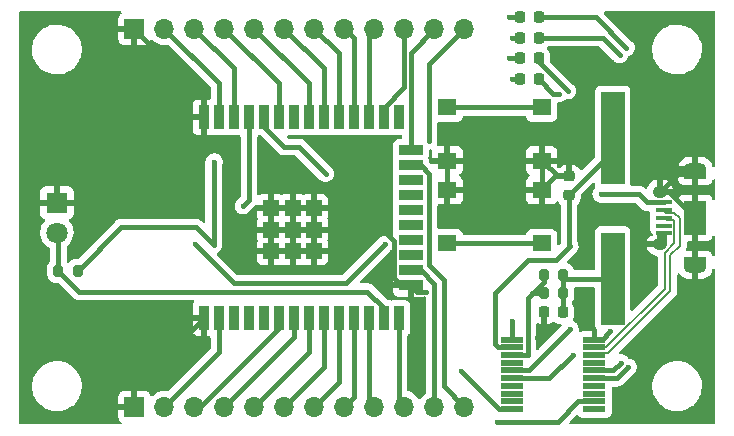
<source format=gbr>
%TF.GenerationSoftware,KiCad,Pcbnew,6.0.0*%
%TF.CreationDate,2022-01-07T13:30:00+01:00*%
%TF.ProjectId,ir_daughter_board,69725f64-6175-4676-9874-65725f626f61,rev?*%
%TF.SameCoordinates,Original*%
%TF.FileFunction,Copper,L1,Top*%
%TF.FilePolarity,Positive*%
%FSLAX46Y46*%
G04 Gerber Fmt 4.6, Leading zero omitted, Abs format (unit mm)*
G04 Created by KiCad (PCBNEW 6.0.0) date 2022-01-07 13:30:00*
%MOMM*%
%LPD*%
G01*
G04 APERTURE LIST*
G04 Aperture macros list*
%AMRoundRect*
0 Rectangle with rounded corners*
0 $1 Rounding radius*
0 $2 $3 $4 $5 $6 $7 $8 $9 X,Y pos of 4 corners*
0 Add a 4 corners polygon primitive as box body*
4,1,4,$2,$3,$4,$5,$6,$7,$8,$9,$2,$3,0*
0 Add four circle primitives for the rounded corners*
1,1,$1+$1,$2,$3*
1,1,$1+$1,$4,$5*
1,1,$1+$1,$6,$7*
1,1,$1+$1,$8,$9*
0 Add four rect primitives between the rounded corners*
20,1,$1+$1,$2,$3,$4,$5,0*
20,1,$1+$1,$4,$5,$6,$7,0*
20,1,$1+$1,$6,$7,$8,$9,0*
20,1,$1+$1,$8,$9,$2,$3,0*%
G04 Aperture macros list end*
%TA.AperFunction,SMDPad,CuDef*%
%ADD10R,2.000000X7.875000*%
%TD*%
%TA.AperFunction,SMDPad,CuDef*%
%ADD11R,0.900000X2.000000*%
%TD*%
%TA.AperFunction,SMDPad,CuDef*%
%ADD12R,2.000000X0.900000*%
%TD*%
%TA.AperFunction,SMDPad,CuDef*%
%ADD13R,1.330000X1.330000*%
%TD*%
%TA.AperFunction,ComponentPad*%
%ADD14O,1.700000X1.700000*%
%TD*%
%TA.AperFunction,ComponentPad*%
%ADD15R,1.700000X1.700000*%
%TD*%
%TA.AperFunction,SMDPad,CuDef*%
%ADD16R,1.900000X0.875000*%
%TD*%
%TA.AperFunction,ComponentPad*%
%ADD17O,1.900000X1.000000*%
%TD*%
%TA.AperFunction,ComponentPad*%
%ADD18O,1.250000X1.050000*%
%TD*%
%TA.AperFunction,SMDPad,CuDef*%
%ADD19R,1.900000X2.900000*%
%TD*%
%TA.AperFunction,SMDPad,CuDef*%
%ADD20R,1.350000X0.400000*%
%TD*%
%TA.AperFunction,SMDPad,CuDef*%
%ADD21R,1.600000X1.400000*%
%TD*%
%TA.AperFunction,SMDPad,CuDef*%
%ADD22RoundRect,0.218750X0.218750X0.256250X-0.218750X0.256250X-0.218750X-0.256250X0.218750X-0.256250X0*%
%TD*%
%TA.AperFunction,SMDPad,CuDef*%
%ADD23RoundRect,0.200000X-0.200000X-0.275000X0.200000X-0.275000X0.200000X0.275000X-0.200000X0.275000X0*%
%TD*%
%TA.AperFunction,SMDPad,CuDef*%
%ADD24R,1.900000X0.480000*%
%TD*%
%TA.AperFunction,SMDPad,CuDef*%
%ADD25RoundRect,0.225000X0.250000X-0.225000X0.250000X0.225000X-0.250000X0.225000X-0.250000X-0.225000X0*%
%TD*%
%TA.AperFunction,ComponentPad*%
%ADD26C,1.800000*%
%TD*%
%TA.AperFunction,ComponentPad*%
%ADD27R,1.800000X1.800000*%
%TD*%
%TA.AperFunction,SMDPad,CuDef*%
%ADD28RoundRect,0.225000X-0.225000X-0.250000X0.225000X-0.250000X0.225000X0.250000X-0.225000X0.250000X0*%
%TD*%
%TA.AperFunction,ViaPad*%
%ADD29C,0.400000*%
%TD*%
%TA.AperFunction,Conductor*%
%ADD30C,0.400000*%
%TD*%
%TA.AperFunction,Conductor*%
%ADD31C,0.200000*%
%TD*%
G04 APERTURE END LIST*
D10*
%TO.P,Y1,1,1*%
%TO.N,Net-(C6-Pad2)*%
X147800000Y-100137500D03*
%TO.P,Y1,2,2*%
%TO.N,OSC1*%
X147800000Y-88262500D03*
%TD*%
D11*
%TO.P,U2,1,GND*%
%TO.N,GND*%
X113195000Y-103500000D03*
%TO.P,U2,2,3V3*%
%TO.N,VCC_3V3*%
X114465000Y-103500000D03*
%TO.P,U2,3,EN*%
%TO.N,EN*%
X115735000Y-103500000D03*
%TO.P,U2,4,SENSOR_VP*%
%TO.N,unconnected-(U2-Pad4)*%
X117005000Y-103500000D03*
%TO.P,U2,5,SENSOR_VN*%
%TO.N,unconnected-(U2-Pad5)*%
X118275000Y-103500000D03*
%TO.P,U2,6,IO34*%
%TO.N,GPIO 34*%
X119545000Y-103500000D03*
%TO.P,U2,7,IO35*%
%TO.N,GPIO 35*%
X120815000Y-103500000D03*
%TO.P,U2,8,IO32*%
%TO.N,GPIO 32*%
X122085000Y-103500000D03*
%TO.P,U2,9,IO33*%
%TO.N,GPIO 33*%
X123355000Y-103500000D03*
%TO.P,U2,10,IO25*%
%TO.N,GPIO 25*%
X124625000Y-103500000D03*
%TO.P,U2,11,IO26*%
%TO.N,GPIO 26*%
X125895000Y-103500000D03*
%TO.P,U2,12,IO27*%
%TO.N,GPIO 27*%
X127165000Y-103500000D03*
%TO.P,U2,13,IO14*%
%TO.N,IR*%
X128435000Y-103500000D03*
%TO.P,U2,14,IO12*%
%TO.N,GPIO 12*%
X129705000Y-103500000D03*
D12*
%TO.P,U2,15,GND*%
%TO.N,GND*%
X130705000Y-100715000D03*
%TO.P,U2,16,IO13*%
%TO.N,GPIO 13*%
X130705000Y-99445000D03*
%TO.P,U2,17,NC*%
%TO.N,unconnected-(U2-Pad17)*%
X130705000Y-98175000D03*
%TO.P,U2,18,NC*%
%TO.N,unconnected-(U2-Pad18)*%
X130705000Y-96905000D03*
%TO.P,U2,19,NC*%
%TO.N,unconnected-(U2-Pad19)*%
X130705000Y-95635000D03*
%TO.P,U2,20,NC*%
%TO.N,unconnected-(U2-Pad20)*%
X130705000Y-94365000D03*
%TO.P,U2,21,NC*%
%TO.N,unconnected-(U2-Pad21)*%
X130705000Y-93095000D03*
%TO.P,U2,22,NC*%
%TO.N,unconnected-(U2-Pad22)*%
X130705000Y-91825000D03*
%TO.P,U2,23,IO15*%
%TO.N,GPIO 15*%
X130705000Y-90555000D03*
%TO.P,U2,24,IO2*%
%TO.N,GPIO 02*%
X130705000Y-89285000D03*
D11*
%TO.P,U2,25,IO0*%
%TO.N,BOOT*%
X129705000Y-86500000D03*
%TO.P,U2,26,IO4*%
%TO.N,GPIO 04*%
X128435000Y-86500000D03*
%TO.P,U2,27,IO16*%
%TO.N,GPIO 16*%
X127165000Y-86500000D03*
%TO.P,U2,28,IO17*%
%TO.N,GPIO 17*%
X125895000Y-86500000D03*
%TO.P,U2,29,IO5*%
%TO.N,GPIO 05*%
X124625000Y-86500000D03*
%TO.P,U2,30,IO18*%
%TO.N,GPIO 18*%
X123355000Y-86500000D03*
%TO.P,U2,31,IO19*%
%TO.N,GPIO 19*%
X122085000Y-86500000D03*
%TO.P,U2,32,NC1*%
%TO.N,unconnected-(U2-Pad32)*%
X120815000Y-86500000D03*
%TO.P,U2,33,IO21*%
%TO.N,GPIO 21*%
X119545000Y-86500000D03*
%TO.P,U2,34,RXD0*%
%TO.N,TXD*%
X118275000Y-86500000D03*
%TO.P,U2,35,TXD0*%
%TO.N,RXD*%
X117005000Y-86500000D03*
%TO.P,U2,36,IO22*%
%TO.N,GPIO 22*%
X115735000Y-86500000D03*
%TO.P,U2,37,IO23*%
%TO.N,GPIO 23*%
X114465000Y-86500000D03*
%TO.P,U2,38,GND*%
%TO.N,GND*%
X113195000Y-86500000D03*
D13*
%TO.P,U2,39_1,GND*%
X118860000Y-97835000D03*
%TO.P,U2,39_2,GND*%
X118860000Y-96000000D03*
%TO.P,U2,39_3,GND*%
X118860000Y-94165000D03*
%TO.P,U2,39_4,GND*%
X120695000Y-97835000D03*
%TO.P,U2,39_5,GND*%
X120695000Y-96000000D03*
%TO.P,U2,39_6,GND*%
X120695000Y-94165000D03*
%TO.P,U2,39_7,GND*%
X122530000Y-97835000D03*
%TO.P,U2,39_8,GND*%
X122530000Y-96000000D03*
%TO.P,U2,39_9,GND*%
X122530000Y-94165000D03*
%TD*%
D14*
%TO.P,J2,12,Pin_12*%
%TO.N,GPIO 15*%
X135255000Y-111000000D03*
%TO.P,J2,11,Pin_11*%
%TO.N,GPIO 13*%
X132715000Y-111000000D03*
%TO.P,J2,10,Pin_10*%
%TO.N,GPIO 12*%
X130175000Y-111000000D03*
%TO.P,J2,9,Pin_9*%
%TO.N,GPIO 27*%
X127635000Y-111000000D03*
%TO.P,J2,8,Pin_8*%
%TO.N,GPIO 26*%
X125095000Y-111000000D03*
%TO.P,J2,7,Pin_7*%
%TO.N,GPIO 25*%
X122555000Y-111000000D03*
%TO.P,J2,6,Pin_6*%
%TO.N,GPIO 33*%
X120015000Y-111000000D03*
%TO.P,J2,5,Pin_5*%
%TO.N,GPIO 32*%
X117475000Y-111000000D03*
%TO.P,J2,4,Pin_4*%
%TO.N,GPIO 35*%
X114935000Y-111000000D03*
%TO.P,J2,3,Pin_3*%
%TO.N,GPIO 34*%
X112395000Y-111000000D03*
%TO.P,J2,2,Pin_2*%
%TO.N,VCC_3V3*%
X109855000Y-111000000D03*
D15*
%TO.P,J2,1,Pin_1*%
%TO.N,GND*%
X107315000Y-111000000D03*
%TD*%
%TO.P,J3,1,Pin_1*%
%TO.N,GND*%
X107315000Y-79000000D03*
D14*
%TO.P,J3,2,Pin_2*%
%TO.N,GPIO 23*%
X109855000Y-79000000D03*
%TO.P,J3,3,Pin_3*%
%TO.N,GPIO 22*%
X112395000Y-79000000D03*
%TO.P,J3,4,Pin_4*%
%TO.N,GPIO 21*%
X114935000Y-79000000D03*
%TO.P,J3,5,Pin_5*%
%TO.N,GPIO 19*%
X117475000Y-79000000D03*
%TO.P,J3,6,Pin_6*%
%TO.N,GPIO 18*%
X120015000Y-79000000D03*
%TO.P,J3,7,Pin_7*%
%TO.N,GPIO 05*%
X122555000Y-79000000D03*
%TO.P,J3,8,Pin_8*%
%TO.N,GPIO 17*%
X125095000Y-79000000D03*
%TO.P,J3,9,Pin_9*%
%TO.N,GPIO 16*%
X127635000Y-79000000D03*
%TO.P,J3,10,Pin_10*%
%TO.N,GPIO 04*%
X130175000Y-79000000D03*
%TO.P,J3,11,Pin_11*%
%TO.N,GPIO 02*%
X132715000Y-79000000D03*
%TO.P,J3,12,Pin_12*%
%TO.N,VCC_3V3*%
X135255000Y-79000000D03*
%TD*%
D16*
%TO.P,J1,6,Shield*%
%TO.N,GND*%
X154800000Y-91262500D03*
D17*
X154800000Y-90825000D03*
D16*
X154800000Y-98737500D03*
D18*
X151800000Y-97225000D03*
D19*
X154800000Y-95000000D03*
D18*
X151800000Y-92775000D03*
D17*
X154800000Y-99175000D03*
D20*
%TO.P,J1,5,GND*%
X152125000Y-96300000D03*
%TO.P,J1,4,ID*%
%TO.N,unconnected-(J1-Pad4)*%
X152125000Y-95650000D03*
%TO.P,J1,3,D+*%
%TO.N,USB_D+*%
X152125000Y-95000000D03*
%TO.P,J1,2,D-*%
%TO.N,USB_D-*%
X152125000Y-94350000D03*
%TO.P,J1,1,VBUS*%
%TO.N,VCC_USB*%
X152125000Y-93700000D03*
%TD*%
D21*
%TO.P,SW1,1,1*%
%TO.N,BOOT*%
X133795000Y-85650000D03*
%TO.P,SW1,2,2*%
X141795000Y-85650000D03*
%TO.P,SW1,3,K*%
%TO.N,GND*%
X133795000Y-90150000D03*
%TO.P,SW1,4,A*%
X141795000Y-90150000D03*
%TD*%
D22*
%TO.P,D4,1,K*%
%TO.N,USBCFG*%
X141537500Y-78000000D03*
%TO.P,D4,2,A*%
%TO.N,Net-(D4-Pad2)*%
X139962500Y-78000000D03*
%TD*%
D21*
%TO.P,SW2,4,A*%
%TO.N,GND*%
X133795000Y-92650000D03*
%TO.P,SW2,3,K*%
X141795000Y-92650000D03*
%TO.P,SW2,2,2*%
%TO.N,EN*%
X133795000Y-97150000D03*
%TO.P,SW2,1,1*%
X141795000Y-97150000D03*
%TD*%
D22*
%TO.P,D2,2,A*%
%TO.N,Net-(D2-Pad2)*%
X139962500Y-83250000D03*
%TO.P,D2,1,K*%
%TO.N,TXLED*%
X141537500Y-83250000D03*
%TD*%
%TO.P,D5,1,K*%
%TO.N,SSPND*%
X141537500Y-79750000D03*
%TO.P,D5,2,A*%
%TO.N,Net-(D5-Pad2)*%
X139962500Y-79750000D03*
%TD*%
%TO.P,D3,2,A*%
%TO.N,Net-(D3-Pad2)*%
X139962500Y-81500000D03*
%TO.P,D3,1,K*%
%TO.N,RXLED*%
X141537500Y-81500000D03*
%TD*%
D23*
%TO.P,R2,2*%
%TO.N,Net-(C6-Pad2)*%
X143625000Y-99800000D03*
%TO.P,R2,1*%
%TO.N,OSC2*%
X141975000Y-99800000D03*
%TD*%
D24*
%TO.P,U1,1,VDD*%
%TO.N,VCC_3V3*%
X139245000Y-105325000D03*
%TO.P,U1,2,OSC1*%
%TO.N,OSC1*%
X139245000Y-105975000D03*
%TO.P,U1,3,OSC2*%
%TO.N,OSC2*%
X139245000Y-106625000D03*
%TO.P,U1,4,~{RST}*%
%TO.N,Net-(R3-Pad2)*%
X139245000Y-107275000D03*
%TO.P,U1,5,GP7/TXLED*%
%TO.N,TXLED*%
X139245000Y-107925000D03*
%TO.P,U1,6,GP6/RXLED*%
%TO.N,RXLED*%
X139245000Y-108575000D03*
%TO.P,U1,7,GP5*%
%TO.N,unconnected-(U1-Pad7)*%
X139245000Y-109225000D03*
%TO.P,U1,8,GP4*%
%TO.N,unconnected-(U1-Pad8)*%
X139245000Y-109875000D03*
%TO.P,U1,9,GP3*%
%TO.N,unconnected-(U1-Pad9)*%
X139245000Y-110525000D03*
%TO.P,U1,10,TX*%
%TO.N,TXD*%
X139245000Y-111175000D03*
%TO.P,U1,11,~{RTS}*%
%TO.N,unconnected-(U1-Pad11)*%
X146255000Y-111175000D03*
%TO.P,U1,12,RX*%
%TO.N,RXD*%
X146255000Y-110525000D03*
%TO.P,U1,13,~{CTS}*%
%TO.N,unconnected-(U1-Pad13)*%
X146255000Y-109875000D03*
%TO.P,U1,14,GP2*%
%TO.N,unconnected-(U1-Pad14)*%
X146255000Y-109225000D03*
%TO.P,U1,15,GP1/USBCFG*%
%TO.N,USBCFG*%
X146255000Y-108575000D03*
%TO.P,U1,16,GP0/SSPND*%
%TO.N,SSPND*%
X146255000Y-107925000D03*
%TO.P,U1,17,VUSB*%
%TO.N,VCC_USB*%
X146255000Y-107275000D03*
%TO.P,U1,18,D-*%
%TO.N,USB_D-*%
X146255000Y-106625000D03*
%TO.P,U1,19,D+*%
%TO.N,USB_D+*%
X146255000Y-105975000D03*
%TO.P,U1,20,VSS*%
%TO.N,GND*%
X146255000Y-105325000D03*
%TD*%
D23*
%TO.P,R1,2*%
%TO.N,Net-(C6-Pad2)*%
X143625000Y-101400000D03*
%TO.P,R1,1*%
%TO.N,OSC2*%
X141975000Y-101400000D03*
%TD*%
D25*
%TO.P,C5,2*%
%TO.N,GND*%
X144100000Y-91500000D03*
%TO.P,C5,1*%
%TO.N,OSC1*%
X144100000Y-93050000D03*
%TD*%
D26*
%TO.P,D6,2,A*%
%TO.N,IR*%
X100750000Y-96250000D03*
D27*
%TO.P,D6,1,K*%
%TO.N,GND*%
X100750000Y-93710000D03*
%TD*%
D23*
%TO.P,R8,2*%
%TO.N,VCC_3V3*%
X102500000Y-99500000D03*
%TO.P,R8,1*%
%TO.N,IR*%
X100850000Y-99500000D03*
%TD*%
D28*
%TO.P,C6,1*%
%TO.N,GND*%
X142025000Y-103000000D03*
%TO.P,C6,2*%
%TO.N,Net-(C6-Pad2)*%
X143575000Y-103000000D03*
%TD*%
D29*
%TO.N,GND*%
X141400000Y-105200000D03*
%TO.N,VCC_USB*%
X146800000Y-93000000D03*
%TO.N,TXD*%
X135000000Y-108000000D03*
%TO.N,GND*%
X147600000Y-104600000D03*
%TO.N,TXLED*%
X144200000Y-104400000D03*
%TO.N,RXLED*%
X144400000Y-106600000D03*
%TO.N,USBCFG*%
X148968102Y-80601274D03*
%TO.N,SSPND*%
X148400000Y-81200000D03*
%TO.N,Net-(D2-Pad2)*%
X139250000Y-83250000D03*
%TO.N,Net-(D3-Pad2)*%
X139000000Y-81500000D03*
%TO.N,Net-(D5-Pad2)*%
X139250000Y-79750000D03*
%TO.N,Net-(D4-Pad2)*%
X139000000Y-78000000D03*
X139925000Y-78000000D03*
%TO.N,EN*%
X115750000Y-103500000D03*
X115735000Y-100560000D03*
%TO.N,GND*%
X115648000Y-90475000D03*
%TO.N,VCC_3V3*%
X132250000Y-88500000D03*
X139250000Y-103750000D03*
%TO.N,GND*%
X120750000Y-90475000D03*
%TO.N,VCC_3V3*%
X114075000Y-90250000D03*
X114025000Y-97300000D03*
%TO.N,GND*%
X133795000Y-92650000D03*
X132000000Y-101250000D03*
%TO.N,EN*%
X133795000Y-97150000D03*
X128500000Y-97250000D03*
X112425000Y-97250000D03*
%TO.N,RXD*%
X138000000Y-112250000D03*
X116500000Y-94000000D03*
%TO.N,TXD*%
X123500000Y-91250000D03*
%TO.N,USBCFG*%
X149129776Y-107624422D03*
%TO.N,SSPND*%
X148500000Y-107250000D03*
%TO.N,RXLED*%
X144000000Y-84250000D03*
%TO.N,TXLED*%
X143250000Y-84500000D03*
%TO.N,Net-(R3-Pad2)*%
X139245000Y-107275000D03*
%TO.N,VCC_USB*%
X146255000Y-107275000D03*
%TO.N,GND*%
X113195000Y-103500000D03*
%TO.N,VCC_3V3*%
X114465000Y-103500000D03*
%TO.N,BOOT*%
X133795000Y-85650000D03*
X129705000Y-86500000D03*
%TD*%
D30*
%TO.N,OSC1*%
X144100000Y-93050000D02*
X144100000Y-97500000D01*
X144100000Y-93050000D02*
X147800000Y-89350000D01*
X147800000Y-89350000D02*
X147800000Y-88262500D01*
%TO.N,GND*%
X143145000Y-91500000D02*
X141795000Y-90150000D01*
X142945000Y-91500000D02*
X144100000Y-91500000D01*
X142945000Y-91500000D02*
X141795000Y-92650000D01*
X142025000Y-104575000D02*
X141400000Y-105200000D01*
X142025000Y-103000000D02*
X142025000Y-104575000D01*
%TO.N,VCC_USB*%
X150000000Y-93000000D02*
X150700000Y-93700000D01*
X146800000Y-93000000D02*
X150000000Y-93000000D01*
X150700000Y-93700000D02*
X152125000Y-93700000D01*
%TO.N,OSC1*%
X139245000Y-105975000D02*
X138051978Y-105975000D01*
X138051978Y-105975000D02*
X137800000Y-105723022D01*
X143000000Y-98600000D02*
X144200000Y-97400000D01*
X137800000Y-105723022D02*
X137800000Y-101400000D01*
X140600000Y-98600000D02*
X143000000Y-98600000D01*
X137800000Y-101400000D02*
X140600000Y-98600000D01*
%TO.N,Net-(C6-Pad2)*%
X143625000Y-99800000D02*
X143962500Y-100137500D01*
X143962500Y-100137500D02*
X147800000Y-100137500D01*
X143625000Y-99800000D02*
X143625000Y-101400000D01*
X143575000Y-103000000D02*
X143575000Y-101450000D01*
X143575000Y-101450000D02*
X143625000Y-101400000D01*
%TO.N,OSC2*%
X141975000Y-99800000D02*
X141975000Y-100425000D01*
X140600000Y-101800000D02*
X141975000Y-100425000D01*
X140600000Y-106620000D02*
X140600000Y-101800000D01*
X140595000Y-106625000D02*
X140600000Y-106620000D01*
X141000000Y-101400000D02*
X141975000Y-101400000D01*
X139245000Y-106625000D02*
X140595000Y-106625000D01*
%TO.N,GND*%
X146875000Y-105325000D02*
X147600000Y-104600000D01*
X146255000Y-105325000D02*
X146875000Y-105325000D01*
%TO.N,TXLED*%
X144200000Y-104450000D02*
X144200000Y-104400000D01*
X139245000Y-107925000D02*
X140725000Y-107925000D01*
X140725000Y-107925000D02*
X144200000Y-104450000D01*
%TO.N,RXLED*%
X144400000Y-106600000D02*
X142425000Y-108575000D01*
X139245000Y-108575000D02*
X142425000Y-108575000D01*
%TO.N,USBCFG*%
X148968102Y-80601274D02*
X146366828Y-78000000D01*
X146366828Y-78000000D02*
X141537500Y-78000000D01*
%TO.N,SSPND*%
X148400000Y-81200000D02*
X146950000Y-79750000D01*
X146950000Y-79750000D02*
X141537500Y-79750000D01*
%TO.N,VCC_3V3*%
X102500000Y-99500000D02*
X106200000Y-95800000D01*
X106200000Y-95800000D02*
X112525000Y-95800000D01*
X112525000Y-95800000D02*
X114025000Y-97300000D01*
%TO.N,IR*%
X100850000Y-99500000D02*
X102600000Y-101250000D01*
X102600000Y-101250000D02*
X127018022Y-101250000D01*
X127018022Y-101250000D02*
X128435000Y-102666978D01*
X128435000Y-102666978D02*
X128435000Y-103500000D01*
D31*
%TO.N,USB_D+*%
X152125000Y-95000000D02*
X152138603Y-95000000D01*
%TO.N,USB_D-*%
X153012894Y-94573489D02*
X153476502Y-95037097D01*
%TO.N,USB_D+*%
X152138603Y-95000000D02*
X152362092Y-95223489D01*
X152362092Y-95223489D02*
X153026511Y-95223489D01*
X153026511Y-95223489D02*
X153026511Y-97161298D01*
%TO.N,USB_D-*%
X152348489Y-94573489D02*
X153012894Y-94573489D01*
%TO.N,USB_D+*%
X153026511Y-97161298D02*
X152226511Y-97961298D01*
%TO.N,USB_D-*%
X153476502Y-95037097D02*
X153476502Y-97347691D01*
X152676502Y-98147691D02*
X152676502Y-101182903D01*
%TO.N,USB_D+*%
X152226511Y-97961298D02*
X152226511Y-100996511D01*
%TO.N,USB_D-*%
X152125000Y-94350000D02*
X152348489Y-94573489D01*
X153476502Y-97347691D02*
X152676502Y-98147691D01*
D30*
%TO.N,Net-(D2-Pad2)*%
X139250000Y-83250000D02*
X139962500Y-83250000D01*
%TO.N,Net-(D3-Pad2)*%
X139962500Y-81500000D02*
X139000000Y-81500000D01*
%TO.N,Net-(D5-Pad2)*%
X139250000Y-79750000D02*
X139962500Y-79750000D01*
%TO.N,Net-(D4-Pad2)*%
X139962500Y-78000000D02*
X139000000Y-78000000D01*
%TO.N,IR*%
X100850000Y-99500000D02*
X100850000Y-96350000D01*
X100850000Y-96350000D02*
X100750000Y-96250000D01*
%TO.N,EN*%
X115735000Y-103500000D02*
X115750000Y-103500000D01*
%TO.N,GND*%
X113195000Y-86500000D02*
X113195000Y-88022000D01*
X113195000Y-88022000D02*
X115648000Y-90475000D01*
%TO.N,VCC_3V3*%
X139245000Y-105325000D02*
X139245000Y-103755000D01*
X139245000Y-103755000D02*
X139250000Y-103750000D01*
X132250000Y-88500000D02*
X132250000Y-82005000D01*
X132250000Y-82005000D02*
X135255000Y-79000000D01*
%TO.N,GND*%
X120695000Y-94165000D02*
X120695000Y-90530000D01*
X120695000Y-90530000D02*
X120750000Y-90475000D01*
X130705000Y-100715000D02*
X129871978Y-100715000D01*
X129871978Y-100715000D02*
X129250000Y-100093022D01*
X129250000Y-100093022D02*
X129250000Y-97000000D01*
X129250000Y-97000000D02*
X126415000Y-94165000D01*
X126415000Y-94165000D02*
X122530000Y-94165000D01*
%TO.N,VCC_3V3*%
X114025000Y-97300000D02*
X114025000Y-90300000D01*
X114025000Y-90300000D02*
X114075000Y-90250000D01*
%TO.N,GND*%
X122530000Y-97835000D02*
X122530000Y-96000000D01*
X120695000Y-97835000D02*
X122530000Y-97835000D01*
X120695000Y-96000000D02*
X120695000Y-97835000D01*
X118860000Y-97835000D02*
X120695000Y-97835000D01*
X118860000Y-96000000D02*
X118860000Y-97835000D01*
X120695000Y-96000000D02*
X118860000Y-96000000D01*
X120695000Y-96000000D02*
X120695000Y-94165000D01*
X122530000Y-96000000D02*
X120695000Y-96000000D01*
X122530000Y-94165000D02*
X122530000Y-96000000D01*
X120695000Y-94165000D02*
X122530000Y-94165000D01*
X120695000Y-94165000D02*
X118860000Y-94165000D01*
X118860000Y-94165000D02*
X118860000Y-96000000D01*
X132000000Y-101250000D02*
X131240000Y-101250000D01*
X131240000Y-101250000D02*
X130705000Y-100715000D01*
%TO.N,EN*%
X115735000Y-100560000D02*
X125190000Y-100560000D01*
X125190000Y-100560000D02*
X128500000Y-97250000D01*
X115735000Y-100560000D02*
X112425000Y-97250000D01*
%TO.N,RXD*%
X146255000Y-110525000D02*
X144905000Y-110525000D01*
X144905000Y-110525000D02*
X143180000Y-112250000D01*
X143180000Y-112250000D02*
X138000000Y-112250000D01*
X116500000Y-94000000D02*
X117005000Y-93495000D01*
X117005000Y-93495000D02*
X117005000Y-86500000D01*
%TO.N,TXD*%
X135000000Y-108000000D02*
X138175000Y-111175000D01*
X121250000Y-89000000D02*
X120000000Y-89000000D01*
X139245000Y-111175000D02*
X138175000Y-111175000D01*
X120000000Y-89000000D02*
X118275000Y-87275000D01*
X123500000Y-91250000D02*
X121250000Y-89000000D01*
X118275000Y-87275000D02*
X118275000Y-86500000D01*
%TO.N,USBCFG*%
X148179198Y-108575000D02*
X149129776Y-107624422D01*
X146255000Y-108575000D02*
X148179198Y-108575000D01*
%TO.N,SSPND*%
X147825000Y-107925000D02*
X146255000Y-107925000D01*
X148500000Y-107250000D02*
X147825000Y-107925000D01*
%TO.N,RXLED*%
X141537500Y-81500000D02*
X141537500Y-81787500D01*
X141537500Y-81787500D02*
X144000000Y-84250000D01*
%TO.N,TXLED*%
X143250000Y-84500000D02*
X142787500Y-84500000D01*
X142787500Y-84500000D02*
X141537500Y-83250000D01*
%TO.N,GND*%
X154800000Y-98737500D02*
X154800000Y-95000000D01*
X152125000Y-96300000D02*
X152125000Y-96900000D01*
X152125000Y-96900000D02*
X151800000Y-97225000D01*
X151800000Y-92775000D02*
X152575000Y-92775000D01*
X152575000Y-92775000D02*
X154800000Y-95000000D01*
X154800000Y-90825000D02*
X153750000Y-90825000D01*
X153750000Y-90825000D02*
X151800000Y-92775000D01*
X113195000Y-86500000D02*
X113195000Y-84880000D01*
X113195000Y-84880000D02*
X107315000Y-79000000D01*
%TO.N,GPIO 23*%
X114465000Y-86500000D02*
X114465000Y-83610000D01*
X114465000Y-83610000D02*
X109855000Y-79000000D01*
%TO.N,GPIO 22*%
X115735000Y-86500000D02*
X115735000Y-82340000D01*
X115735000Y-82340000D02*
X112395000Y-79000000D01*
%TO.N,GPIO 21*%
X119545000Y-86500000D02*
X119545000Y-83610000D01*
X119545000Y-83610000D02*
X114935000Y-79000000D01*
%TO.N,GPIO 19*%
X122085000Y-86500000D02*
X122085000Y-83610000D01*
X122085000Y-83610000D02*
X117475000Y-79000000D01*
%TO.N,GPIO 18*%
X123355000Y-86500000D02*
X123355000Y-82340000D01*
X123355000Y-82340000D02*
X120015000Y-79000000D01*
%TO.N,GPIO 05*%
X124625000Y-86500000D02*
X124625000Y-81070000D01*
X124625000Y-81070000D02*
X122555000Y-79000000D01*
%TO.N,GPIO 17*%
X125895000Y-86500000D02*
X125895000Y-79800000D01*
X125895000Y-79800000D02*
X125095000Y-79000000D01*
%TO.N,GPIO 16*%
X127165000Y-86500000D02*
X127165000Y-79470000D01*
X127165000Y-79470000D02*
X127635000Y-79000000D01*
%TO.N,GPIO 02*%
X130705000Y-89285000D02*
X130705000Y-81010000D01*
X130705000Y-81010000D02*
X132715000Y-79000000D01*
%TO.N,GPIO 04*%
X128435000Y-86500000D02*
X128435000Y-85666978D01*
X128435000Y-85666978D02*
X130175000Y-83926978D01*
X130175000Y-83926978D02*
X130175000Y-79000000D01*
%TO.N,BOOT*%
X133795000Y-85650000D02*
X141795000Y-85650000D01*
%TO.N,EN*%
X133795000Y-97150000D02*
X141795000Y-97150000D01*
%TO.N,GND*%
X141795000Y-92650000D02*
X133795000Y-92650000D01*
X141795000Y-90150000D02*
X141795000Y-92650000D01*
X133795000Y-90150000D02*
X141795000Y-90150000D01*
X133795000Y-92650000D02*
X133795000Y-90150000D01*
%TO.N,GPIO 15*%
X135255000Y-111000000D02*
X133500000Y-109245000D01*
X133500000Y-100250000D02*
X132250000Y-99000000D01*
X133500000Y-109245000D02*
X133500000Y-100250000D01*
X132250000Y-99000000D02*
X132250000Y-91266978D01*
X131538022Y-90555000D02*
X130705000Y-90555000D01*
X132250000Y-91266978D02*
X131538022Y-90555000D01*
%TO.N,GPIO 13*%
X132715000Y-111000000D02*
X132715000Y-100621978D01*
X132715000Y-100621978D02*
X131538022Y-99445000D01*
X131538022Y-99445000D02*
X130705000Y-99445000D01*
%TO.N,GPIO 12*%
X129705000Y-103500000D02*
X129705000Y-110530000D01*
X129705000Y-110530000D02*
X130175000Y-111000000D01*
%TO.N,GPIO 27*%
X127165000Y-103500000D02*
X127165000Y-110530000D01*
X127165000Y-110530000D02*
X127635000Y-111000000D01*
%TO.N,GPIO 26*%
X125095000Y-111000000D02*
X125895000Y-110200000D01*
X125895000Y-110200000D02*
X125895000Y-103500000D01*
%TO.N,GPIO 25*%
X122555000Y-111000000D02*
X124625000Y-108930000D01*
X124625000Y-108930000D02*
X124625000Y-103500000D01*
%TO.N,GPIO 33*%
X120015000Y-111000000D02*
X123355000Y-107660000D01*
X123355000Y-107660000D02*
X123355000Y-103500000D01*
%TO.N,GPIO 32*%
X117475000Y-111000000D02*
X122085000Y-106390000D01*
X122085000Y-106390000D02*
X122085000Y-103500000D01*
%TO.N,GPIO 35*%
X114935000Y-111000000D02*
X120815000Y-105120000D01*
X120815000Y-105120000D02*
X120815000Y-103500000D01*
%TO.N,GPIO 34*%
X112395000Y-111000000D02*
X112878022Y-111000000D01*
X112878022Y-111000000D02*
X119545000Y-104333022D01*
X119545000Y-104333022D02*
X119545000Y-103500000D01*
%TO.N,VCC_3V3*%
X109855000Y-111000000D02*
X114465000Y-106390000D01*
X114465000Y-106390000D02*
X114465000Y-103500000D01*
%TO.N,GND*%
X107315000Y-111000000D02*
X107315000Y-109380000D01*
X107315000Y-109380000D02*
X113195000Y-103500000D01*
D31*
%TO.N,USB_D+*%
X152226511Y-100996511D02*
X147248022Y-105975000D01*
X147248022Y-105975000D02*
X146255000Y-105975000D01*
%TO.N,USB_D-*%
X147417894Y-106441511D02*
X146438489Y-106441511D01*
X152676502Y-101182903D02*
X147417894Y-106441511D01*
X146438489Y-106441511D02*
X146255000Y-106625000D01*
%TD*%
%TA.AperFunction,Conductor*%
%TO.N,GND*%
G36*
X156434121Y-77528002D02*
G01*
X156480614Y-77581658D01*
X156492000Y-77634000D01*
X156492000Y-90600627D01*
X156471998Y-90668748D01*
X156418342Y-90715241D01*
X156348068Y-90725345D01*
X156283488Y-90695851D01*
X156245104Y-90636125D01*
X156244634Y-90634182D01*
X156190862Y-90451479D01*
X156186269Y-90440111D01*
X156100393Y-90275846D01*
X156093679Y-90265585D01*
X155977532Y-90121127D01*
X155968954Y-90112368D01*
X155826961Y-89993222D01*
X155816841Y-89986292D01*
X155654415Y-89896998D01*
X155643142Y-89892166D01*
X155466462Y-89836120D01*
X155454468Y-89833570D01*
X155310239Y-89817393D01*
X155303215Y-89817000D01*
X155072115Y-89817000D01*
X155056876Y-89821475D01*
X155055671Y-89822865D01*
X155054000Y-89830548D01*
X155054000Y-92189884D01*
X155058475Y-92205123D01*
X155059865Y-92206328D01*
X155067548Y-92207999D01*
X155794669Y-92207999D01*
X155801490Y-92207629D01*
X155852352Y-92202105D01*
X155867604Y-92198479D01*
X155988054Y-92153324D01*
X156003649Y-92144786D01*
X156105724Y-92068285D01*
X156118285Y-92055724D01*
X156194786Y-91953649D01*
X156203324Y-91938054D01*
X156248018Y-91818834D01*
X156290660Y-91762070D01*
X156357221Y-91737370D01*
X156426570Y-91752578D01*
X156476688Y-91802864D01*
X156492000Y-91863064D01*
X156492000Y-93386936D01*
X156471998Y-93455057D01*
X156418342Y-93501550D01*
X156348068Y-93511654D01*
X156283488Y-93482160D01*
X156248018Y-93431166D01*
X156203324Y-93311946D01*
X156194786Y-93296351D01*
X156118285Y-93194276D01*
X156105724Y-93181715D01*
X156003649Y-93105214D01*
X155988054Y-93096676D01*
X155867606Y-93051522D01*
X155852351Y-93047895D01*
X155801486Y-93042369D01*
X155794672Y-93042000D01*
X155072115Y-93042000D01*
X155056876Y-93046475D01*
X155055671Y-93047865D01*
X155054000Y-93055548D01*
X155054000Y-96939884D01*
X155058475Y-96955123D01*
X155059865Y-96956328D01*
X155067548Y-96957999D01*
X155794669Y-96957999D01*
X155801490Y-96957629D01*
X155852352Y-96952105D01*
X155867604Y-96948479D01*
X155988054Y-96903324D01*
X156003649Y-96894786D01*
X156105724Y-96818285D01*
X156118285Y-96805724D01*
X156194786Y-96703649D01*
X156203324Y-96688054D01*
X156248018Y-96568834D01*
X156290660Y-96512070D01*
X156357221Y-96487370D01*
X156426570Y-96502578D01*
X156476688Y-96552864D01*
X156492000Y-96613064D01*
X156492000Y-98136936D01*
X156471998Y-98205057D01*
X156418342Y-98251550D01*
X156348068Y-98261654D01*
X156283488Y-98232160D01*
X156248018Y-98181166D01*
X156203324Y-98061946D01*
X156194786Y-98046351D01*
X156118285Y-97944276D01*
X156105724Y-97931715D01*
X156003649Y-97855214D01*
X155988054Y-97846676D01*
X155867606Y-97801522D01*
X155852351Y-97797895D01*
X155801486Y-97792369D01*
X155794672Y-97792000D01*
X155072115Y-97792000D01*
X155056876Y-97796475D01*
X155055671Y-97797865D01*
X155054000Y-97805548D01*
X155054000Y-100164885D01*
X155058475Y-100180124D01*
X155059865Y-100181329D01*
X155067548Y-100183000D01*
X155296657Y-100183000D01*
X155302805Y-100182699D01*
X155440603Y-100169188D01*
X155452638Y-100166805D01*
X155630076Y-100113233D01*
X155641416Y-100108559D01*
X155805077Y-100021540D01*
X155815294Y-100014751D01*
X155958933Y-99897603D01*
X155967637Y-99888959D01*
X156085784Y-99746144D01*
X156092644Y-99735973D01*
X156180804Y-99572924D01*
X156185556Y-99561619D01*
X156240367Y-99384554D01*
X156242574Y-99373802D01*
X156275866Y-99311095D01*
X156337775Y-99276342D01*
X156408646Y-99280576D01*
X156465976Y-99322454D01*
X156491565Y-99388679D01*
X156492000Y-99399140D01*
X156492000Y-112366000D01*
X156471998Y-112434121D01*
X156418342Y-112480614D01*
X156366000Y-112492000D01*
X144244161Y-112492000D01*
X144176040Y-112471998D01*
X144129547Y-112418342D01*
X144119443Y-112348068D01*
X144148937Y-112283488D01*
X144155066Y-112276904D01*
X144387800Y-112044171D01*
X144715586Y-111716385D01*
X144777898Y-111682360D01*
X144848714Y-111687425D01*
X144905506Y-111729916D01*
X144941739Y-111778261D01*
X145058295Y-111865615D01*
X145194684Y-111916745D01*
X145256866Y-111923500D01*
X147253134Y-111923500D01*
X147315316Y-111916745D01*
X147451705Y-111865615D01*
X147568261Y-111778261D01*
X147655615Y-111661705D01*
X147706745Y-111525316D01*
X147713500Y-111463134D01*
X147713500Y-110886866D01*
X147710973Y-110863605D01*
X147710973Y-110836395D01*
X147713500Y-110813134D01*
X147713500Y-110236866D01*
X147710973Y-110213605D01*
X147710973Y-110186395D01*
X147713500Y-110163134D01*
X147713500Y-109586866D01*
X147710973Y-109563605D01*
X147710973Y-109536395D01*
X147713500Y-109513134D01*
X147713500Y-109409500D01*
X147721368Y-109382703D01*
X151140743Y-109382703D01*
X151141302Y-109386947D01*
X151141302Y-109386951D01*
X151149393Y-109448405D01*
X151178268Y-109667734D01*
X151179401Y-109671874D01*
X151179401Y-109671876D01*
X151182661Y-109683793D01*
X151254129Y-109945036D01*
X151255813Y-109948984D01*
X151347721Y-110164457D01*
X151366923Y-110209476D01*
X151514561Y-110456161D01*
X151694313Y-110680528D01*
X151902851Y-110878423D01*
X152136317Y-111046186D01*
X152140112Y-111048195D01*
X152140113Y-111048196D01*
X152161869Y-111059715D01*
X152390392Y-111180712D01*
X152414699Y-111189607D01*
X152627683Y-111267548D01*
X152660373Y-111279511D01*
X152941264Y-111340755D01*
X152969841Y-111343004D01*
X153164282Y-111358307D01*
X153164291Y-111358307D01*
X153166739Y-111358500D01*
X153322271Y-111358500D01*
X153324407Y-111358354D01*
X153324418Y-111358354D01*
X153532548Y-111344165D01*
X153532554Y-111344164D01*
X153536825Y-111343873D01*
X153541020Y-111343004D01*
X153541022Y-111343004D01*
X153677583Y-111314724D01*
X153818342Y-111285574D01*
X154089343Y-111189607D01*
X154344812Y-111057750D01*
X154348313Y-111055289D01*
X154348317Y-111055287D01*
X154528968Y-110928323D01*
X154580023Y-110892441D01*
X154665367Y-110813134D01*
X154787479Y-110699661D01*
X154787481Y-110699658D01*
X154790622Y-110696740D01*
X154972713Y-110474268D01*
X155122927Y-110229142D01*
X155135720Y-110200000D01*
X155236757Y-109969830D01*
X155238483Y-109965898D01*
X155272493Y-109846507D01*
X155316068Y-109693534D01*
X155317244Y-109689406D01*
X155357751Y-109404784D01*
X155357845Y-109386951D01*
X155359235Y-109121583D01*
X155359235Y-109121576D01*
X155359257Y-109117297D01*
X155358344Y-109110357D01*
X155330562Y-108899340D01*
X155321732Y-108832266D01*
X155245871Y-108554964D01*
X155229006Y-108515424D01*
X155134763Y-108294476D01*
X155134761Y-108294472D01*
X155133077Y-108290524D01*
X155044302Y-108142192D01*
X154987643Y-108047521D01*
X154987640Y-108047517D01*
X154985439Y-108043839D01*
X154805687Y-107819472D01*
X154631412Y-107654091D01*
X154600258Y-107624527D01*
X154600255Y-107624525D01*
X154597149Y-107621577D01*
X154363683Y-107453814D01*
X154341843Y-107442250D01*
X154268534Y-107403435D01*
X154109608Y-107319288D01*
X153905825Y-107244714D01*
X153843658Y-107221964D01*
X153843656Y-107221963D01*
X153839627Y-107220489D01*
X153558736Y-107159245D01*
X153527685Y-107156801D01*
X153335718Y-107141693D01*
X153335709Y-107141693D01*
X153333261Y-107141500D01*
X153177729Y-107141500D01*
X153175593Y-107141646D01*
X153175582Y-107141646D01*
X152967452Y-107155835D01*
X152967446Y-107155836D01*
X152963175Y-107156127D01*
X152958980Y-107156996D01*
X152958978Y-107156996D01*
X152840237Y-107181586D01*
X152681658Y-107214426D01*
X152410657Y-107310393D01*
X152330240Y-107351899D01*
X152170880Y-107434151D01*
X152155188Y-107442250D01*
X152151687Y-107444711D01*
X152151683Y-107444713D01*
X152086148Y-107490772D01*
X151919977Y-107607559D01*
X151884762Y-107640283D01*
X151781382Y-107736350D01*
X151709378Y-107803260D01*
X151527287Y-108025732D01*
X151377073Y-108270858D01*
X151375347Y-108274791D01*
X151375346Y-108274792D01*
X151318338Y-108404661D01*
X151261517Y-108534102D01*
X151182756Y-108810594D01*
X151142249Y-109095216D01*
X151142227Y-109099505D01*
X151142226Y-109099512D01*
X151140765Y-109378417D01*
X151140743Y-109382703D01*
X147721368Y-109382703D01*
X147733502Y-109341379D01*
X147787158Y-109294886D01*
X147839500Y-109283500D01*
X148150286Y-109283500D01*
X148158856Y-109283792D01*
X148208974Y-109287209D01*
X148208978Y-109287209D01*
X148216550Y-109287725D01*
X148224027Y-109286420D01*
X148224028Y-109286420D01*
X148250506Y-109281799D01*
X148279501Y-109276738D01*
X148286019Y-109275777D01*
X148349440Y-109268102D01*
X148356541Y-109265419D01*
X148359150Y-109264778D01*
X148375460Y-109260315D01*
X148377996Y-109259550D01*
X148385482Y-109258243D01*
X148443998Y-109232556D01*
X148450102Y-109230065D01*
X148502746Y-109210173D01*
X148502747Y-109210172D01*
X148509854Y-109207487D01*
X148516117Y-109203183D01*
X148518483Y-109201946D01*
X148533295Y-109193701D01*
X148535549Y-109192368D01*
X148542503Y-109189315D01*
X148593200Y-109150413D01*
X148598530Y-109146541D01*
X148644918Y-109114661D01*
X148644923Y-109114656D01*
X148651179Y-109110357D01*
X148692634Y-109063829D01*
X148697614Y-109058554D01*
X149607259Y-108148909D01*
X149614524Y-108142192D01*
X149619946Y-108137561D01*
X149655131Y-108107511D01*
X149694970Y-108052070D01*
X149698121Y-108047872D01*
X149740252Y-107994140D01*
X149743378Y-107987217D01*
X149747221Y-107980871D01*
X149750766Y-107974422D01*
X149755200Y-107968252D01*
X149758035Y-107961200D01*
X149780668Y-107904900D01*
X149782738Y-107900046D01*
X149807695Y-107844772D01*
X149810821Y-107837849D01*
X149812206Y-107830378D01*
X149814412Y-107823336D01*
X149816326Y-107816195D01*
X149819161Y-107809142D01*
X149828780Y-107741553D01*
X149829632Y-107736350D01*
X149840687Y-107676703D01*
X149842071Y-107669236D01*
X149841634Y-107661655D01*
X149842111Y-107654069D01*
X149842462Y-107654091D01*
X149842734Y-107647593D01*
X149842429Y-107647570D01*
X149842742Y-107643447D01*
X149843323Y-107639369D01*
X149843480Y-107624422D01*
X149836328Y-107565326D01*
X149835625Y-107557450D01*
X149833319Y-107517447D01*
X149832200Y-107498037D01*
X149829967Y-107490780D01*
X149829966Y-107490772D01*
X149828887Y-107487266D01*
X149824231Y-107465362D01*
X149823790Y-107461718D01*
X149822878Y-107454180D01*
X149801830Y-107398479D01*
X149799276Y-107391016D01*
X149791744Y-107366530D01*
X149790212Y-107361551D01*
X149784011Y-107341394D01*
X149784010Y-107341392D01*
X149781777Y-107334133D01*
X149775995Y-107324472D01*
X149766245Y-107304304D01*
X149764947Y-107300869D01*
X149762263Y-107293766D01*
X149728551Y-107244714D01*
X149724276Y-107238055D01*
X149704774Y-107205470D01*
X149693713Y-107186988D01*
X149685785Y-107178976D01*
X149671511Y-107161721D01*
X149669435Y-107158700D01*
X149669434Y-107158699D01*
X149665133Y-107152441D01*
X149620689Y-107112842D01*
X149614953Y-107107398D01*
X149578438Y-107070500D01*
X149578437Y-107070499D01*
X149573091Y-107065097D01*
X149563492Y-107059215D01*
X149545501Y-107045853D01*
X149542769Y-107043418D01*
X149542765Y-107043416D01*
X149537097Y-107038365D01*
X149530385Y-107034811D01*
X149530382Y-107034809D01*
X149484491Y-107010511D01*
X149477639Y-107006604D01*
X149426877Y-106975497D01*
X149416150Y-106972074D01*
X149395502Y-106963394D01*
X149385545Y-106958122D01*
X149327808Y-106943619D01*
X149320195Y-106941450D01*
X149318051Y-106940766D01*
X149263511Y-106923360D01*
X149252275Y-106922594D01*
X149230157Y-106919091D01*
X149219227Y-106916346D01*
X149211626Y-106916306D01*
X149211624Y-106916306D01*
X149196749Y-106916228D01*
X149128735Y-106895869D01*
X149089295Y-106854936D01*
X149067841Y-106819088D01*
X149067838Y-106819084D01*
X149063937Y-106812566D01*
X149056009Y-106804554D01*
X149041735Y-106787299D01*
X149039662Y-106784283D01*
X149035357Y-106778019D01*
X149021524Y-106765694D01*
X148990930Y-106738435D01*
X148985190Y-106732989D01*
X148948660Y-106696075D01*
X148948659Y-106696074D01*
X148943316Y-106690675D01*
X148936840Y-106686707D01*
X148936838Y-106686705D01*
X148933714Y-106684791D01*
X148915732Y-106671436D01*
X148912996Y-106668998D01*
X148912989Y-106668993D01*
X148907321Y-106663943D01*
X148854731Y-106636098D01*
X148847857Y-106632177D01*
X148803579Y-106605044D01*
X148803574Y-106605042D01*
X148797101Y-106601075D01*
X148786374Y-106597652D01*
X148765726Y-106588972D01*
X148755769Y-106583700D01*
X148698032Y-106569197D01*
X148690419Y-106567028D01*
X148688275Y-106566344D01*
X148633735Y-106548938D01*
X148622499Y-106548172D01*
X148600381Y-106544669D01*
X148589451Y-106541924D01*
X148581852Y-106541884D01*
X148581850Y-106541884D01*
X148557433Y-106541757D01*
X148529922Y-106541613D01*
X148522031Y-106541324D01*
X148489842Y-106539129D01*
X148477025Y-106538255D01*
X148410423Y-106513665D01*
X148367688Y-106456971D01*
X148362388Y-106386172D01*
X148396502Y-106323452D01*
X153072736Y-101647218D01*
X153085127Y-101636351D01*
X153103939Y-101621916D01*
X153110489Y-101616890D01*
X153134976Y-101584978D01*
X153134980Y-101584974D01*
X153208026Y-101489779D01*
X153269340Y-101341754D01*
X153276502Y-101287352D01*
X153285002Y-101222788D01*
X153285002Y-101222783D01*
X153290252Y-101182903D01*
X153286080Y-101151210D01*
X153285002Y-101134765D01*
X153285002Y-99816946D01*
X153305004Y-99748825D01*
X153358660Y-99702332D01*
X153428934Y-99692228D01*
X153493514Y-99721722D01*
X153509199Y-99737994D01*
X153622468Y-99878873D01*
X153631046Y-99887632D01*
X153773039Y-100006778D01*
X153783159Y-100013708D01*
X153945585Y-100103002D01*
X153956858Y-100107834D01*
X154133538Y-100163880D01*
X154145532Y-100166430D01*
X154289761Y-100182607D01*
X154296785Y-100183000D01*
X154527885Y-100183000D01*
X154543124Y-100178525D01*
X154544329Y-100177135D01*
X154546000Y-100169452D01*
X154546000Y-97810116D01*
X154541525Y-97794877D01*
X154540135Y-97793672D01*
X154532452Y-97792001D01*
X154139671Y-97792001D01*
X154071550Y-97771999D01*
X154025057Y-97718343D01*
X154014953Y-97648069D01*
X154023260Y-97617788D01*
X154069340Y-97506542D01*
X154075016Y-97463427D01*
X154085002Y-97387576D01*
X154085002Y-97387571D01*
X154090252Y-97347691D01*
X154086080Y-97315998D01*
X154085002Y-97299555D01*
X154085002Y-97084000D01*
X154105004Y-97015879D01*
X154158660Y-96969386D01*
X154211002Y-96958000D01*
X154527885Y-96958000D01*
X154543124Y-96953525D01*
X154544329Y-96952135D01*
X154546000Y-96944452D01*
X154546000Y-93060116D01*
X154541525Y-93044877D01*
X154540135Y-93043672D01*
X154532452Y-93042001D01*
X153805331Y-93042001D01*
X153798510Y-93042371D01*
X153747648Y-93047895D01*
X153732396Y-93051521D01*
X153611946Y-93096676D01*
X153596351Y-93105214D01*
X153494276Y-93181715D01*
X153481716Y-93194275D01*
X153444876Y-93243431D01*
X153388017Y-93285947D01*
X153317198Y-93290973D01*
X153254905Y-93256913D01*
X153243223Y-93243432D01*
X153219808Y-93212189D01*
X153163261Y-93136739D01*
X153046705Y-93049385D01*
X152910316Y-92998255D01*
X152848134Y-92991500D01*
X151672000Y-92991500D01*
X151603879Y-92971498D01*
X151557386Y-92917842D01*
X151546000Y-92865500D01*
X151546000Y-92502885D01*
X152054000Y-92502885D01*
X152058475Y-92518124D01*
X152059865Y-92519329D01*
X152067548Y-92521000D01*
X152883986Y-92521000D01*
X152897517Y-92517027D01*
X152898637Y-92509232D01*
X152864154Y-92392068D01*
X152859561Y-92380700D01*
X152771414Y-92212089D01*
X152764698Y-92201827D01*
X152645485Y-92053557D01*
X152636897Y-92044787D01*
X152491162Y-91922501D01*
X152481031Y-91915563D01*
X152314308Y-91823906D01*
X152303038Y-91819076D01*
X152121684Y-91761548D01*
X152109692Y-91758999D01*
X152072002Y-91754771D01*
X152057472Y-91757324D01*
X152054000Y-91769868D01*
X152054000Y-92502885D01*
X151546000Y-92502885D01*
X151546000Y-91770217D01*
X151541764Y-91755790D01*
X151529411Y-91753729D01*
X151504519Y-91756170D01*
X151492481Y-91758553D01*
X151310349Y-91813542D01*
X151299007Y-91818217D01*
X151131023Y-91907535D01*
X151120807Y-91914322D01*
X150973366Y-92034572D01*
X150964662Y-92043216D01*
X150843390Y-92189809D01*
X150836530Y-92199980D01*
X150746038Y-92367342D01*
X150741287Y-92378644D01*
X150718234Y-92453115D01*
X150678982Y-92512274D01*
X150613978Y-92540821D01*
X150543859Y-92529692D01*
X150502921Y-92498686D01*
X150477561Y-92469615D01*
X150425280Y-92432871D01*
X150419986Y-92428939D01*
X150375693Y-92394209D01*
X150369718Y-92389524D01*
X150362802Y-92386401D01*
X150360516Y-92385017D01*
X150345835Y-92376643D01*
X150343475Y-92375378D01*
X150337261Y-92371010D01*
X150330182Y-92368250D01*
X150330180Y-92368249D01*
X150277725Y-92347798D01*
X150271656Y-92345247D01*
X150213427Y-92318955D01*
X150205960Y-92317571D01*
X150203405Y-92316770D01*
X150187152Y-92312141D01*
X150184572Y-92311478D01*
X150177491Y-92308718D01*
X150169960Y-92307727D01*
X150169958Y-92307726D01*
X150139163Y-92303672D01*
X150114139Y-92300378D01*
X150107641Y-92299348D01*
X150044814Y-92287704D01*
X150037234Y-92288141D01*
X150037233Y-92288141D01*
X149982608Y-92291291D01*
X149975354Y-92291500D01*
X149434500Y-92291500D01*
X149366379Y-92271498D01*
X149319886Y-92217842D01*
X149308500Y-92165500D01*
X149308500Y-91744669D01*
X153342001Y-91744669D01*
X153342371Y-91751490D01*
X153347895Y-91802352D01*
X153351521Y-91817604D01*
X153396676Y-91938054D01*
X153405214Y-91953649D01*
X153481715Y-92055724D01*
X153494276Y-92068285D01*
X153596351Y-92144786D01*
X153611946Y-92153324D01*
X153732394Y-92198478D01*
X153747649Y-92202105D01*
X153798514Y-92207631D01*
X153805328Y-92208000D01*
X154527885Y-92208000D01*
X154543124Y-92203525D01*
X154544329Y-92202135D01*
X154546000Y-92194452D01*
X154546000Y-91534615D01*
X154541525Y-91519376D01*
X154540135Y-91518171D01*
X154532452Y-91516500D01*
X153360116Y-91516500D01*
X153344877Y-91520975D01*
X153343672Y-91522365D01*
X153342001Y-91530048D01*
X153342001Y-91744669D01*
X149308500Y-91744669D01*
X149308500Y-90567795D01*
X153378544Y-90567795D01*
X153385299Y-90571000D01*
X154527885Y-90571000D01*
X154543124Y-90566525D01*
X154544329Y-90565135D01*
X154546000Y-90557452D01*
X154546000Y-89835115D01*
X154541525Y-89819876D01*
X154540135Y-89818671D01*
X154532452Y-89817000D01*
X154303343Y-89817000D01*
X154297195Y-89817301D01*
X154159397Y-89830812D01*
X154147362Y-89833195D01*
X153969924Y-89886767D01*
X153958584Y-89891441D01*
X153794923Y-89978460D01*
X153784706Y-89985249D01*
X153641067Y-90102397D01*
X153632363Y-90111041D01*
X153514216Y-90253856D01*
X153507356Y-90264027D01*
X153419196Y-90427076D01*
X153414444Y-90438381D01*
X153378750Y-90553692D01*
X153378544Y-90567795D01*
X149308500Y-90567795D01*
X149308500Y-84276866D01*
X149301745Y-84214684D01*
X149250615Y-84078295D01*
X149163261Y-83961739D01*
X149046705Y-83874385D01*
X148910316Y-83823255D01*
X148848134Y-83816500D01*
X146751866Y-83816500D01*
X146689684Y-83823255D01*
X146553295Y-83874385D01*
X146436739Y-83961739D01*
X146349385Y-84078295D01*
X146298255Y-84214684D01*
X146291500Y-84276866D01*
X146291500Y-89804340D01*
X146271498Y-89872461D01*
X146254595Y-89893435D01*
X145194950Y-90953080D01*
X145132638Y-90987106D01*
X145061823Y-90982041D01*
X145004987Y-90939494D01*
X144998711Y-90930288D01*
X144932212Y-90822827D01*
X144923176Y-90811426D01*
X144812571Y-90701014D01*
X144801160Y-90692002D01*
X144668120Y-90609996D01*
X144654939Y-90603849D01*
X144506186Y-90554509D01*
X144492810Y-90551642D01*
X144401903Y-90542328D01*
X144395486Y-90542000D01*
X144372115Y-90542000D01*
X144356876Y-90546475D01*
X144355671Y-90547865D01*
X144354000Y-90555548D01*
X144354000Y-91628000D01*
X144333998Y-91696121D01*
X144280342Y-91742614D01*
X144228000Y-91754000D01*
X143146013Y-91754000D01*
X143077892Y-91733998D01*
X143047611Y-91701710D01*
X143045172Y-91703538D01*
X142963285Y-91594276D01*
X142950724Y-91581715D01*
X142842794Y-91500826D01*
X142800279Y-91443967D01*
X142795253Y-91373148D01*
X142829313Y-91310855D01*
X142842794Y-91299174D01*
X142945615Y-91222114D01*
X143012121Y-91197266D01*
X143081504Y-91212319D01*
X143103693Y-91227716D01*
X143122865Y-91244329D01*
X143130548Y-91246000D01*
X143827885Y-91246000D01*
X143843124Y-91241525D01*
X143844329Y-91240135D01*
X143846000Y-91232452D01*
X143846000Y-90560115D01*
X143841525Y-90544876D01*
X143840135Y-90543671D01*
X143832452Y-90542000D01*
X143804562Y-90542000D01*
X143798047Y-90542337D01*
X143705943Y-90551894D01*
X143692544Y-90554788D01*
X143543893Y-90604381D01*
X143530714Y-90610555D01*
X143397827Y-90692788D01*
X143386426Y-90701824D01*
X143318173Y-90770196D01*
X143255890Y-90804275D01*
X143185070Y-90799272D01*
X143128198Y-90756775D01*
X143103329Y-90690276D01*
X143103000Y-90681178D01*
X143103000Y-90422115D01*
X143098525Y-90406876D01*
X143097135Y-90405671D01*
X143089452Y-90404000D01*
X140505116Y-90404000D01*
X140489877Y-90408475D01*
X140488672Y-90409865D01*
X140487001Y-90417548D01*
X140487001Y-90894669D01*
X140487371Y-90901490D01*
X140492895Y-90952352D01*
X140496521Y-90967604D01*
X140541676Y-91088054D01*
X140550214Y-91103649D01*
X140626715Y-91205724D01*
X140639276Y-91218285D01*
X140747206Y-91299174D01*
X140789721Y-91356033D01*
X140794747Y-91426852D01*
X140760687Y-91489145D01*
X140747206Y-91500826D01*
X140639276Y-91581715D01*
X140626715Y-91594276D01*
X140550214Y-91696351D01*
X140541676Y-91711946D01*
X140496522Y-91832394D01*
X140492895Y-91847649D01*
X140487369Y-91898514D01*
X140487000Y-91905328D01*
X140487000Y-92377885D01*
X140491475Y-92393124D01*
X140492865Y-92394329D01*
X140500548Y-92396000D01*
X141923000Y-92396000D01*
X141991121Y-92416002D01*
X142037614Y-92469658D01*
X142049000Y-92522000D01*
X142049000Y-93839884D01*
X142053475Y-93855123D01*
X142054865Y-93856328D01*
X142062548Y-93857999D01*
X142639669Y-93857999D01*
X142646490Y-93857629D01*
X142697352Y-93852105D01*
X142712604Y-93848479D01*
X142833054Y-93803324D01*
X142848649Y-93794786D01*
X142950724Y-93718285D01*
X142963284Y-93705725D01*
X143011706Y-93641115D01*
X143068565Y-93598599D01*
X143139384Y-93593573D01*
X143201677Y-93627633D01*
X143219677Y-93650376D01*
X143255646Y-93708500D01*
X143271248Y-93733713D01*
X143276430Y-93738886D01*
X143354518Y-93816838D01*
X143388597Y-93879120D01*
X143391500Y-93906011D01*
X143391500Y-97154340D01*
X143371498Y-97222461D01*
X143354595Y-97243435D01*
X143318595Y-97279435D01*
X143256283Y-97313461D01*
X143185468Y-97308396D01*
X143128632Y-97265849D01*
X143103821Y-97199329D01*
X143103500Y-97190340D01*
X143103500Y-96401866D01*
X143096745Y-96339684D01*
X143045615Y-96203295D01*
X142958261Y-96086739D01*
X142841705Y-95999385D01*
X142705316Y-95948255D01*
X142643134Y-95941500D01*
X140946866Y-95941500D01*
X140884684Y-95948255D01*
X140748295Y-95999385D01*
X140631739Y-96086739D01*
X140544385Y-96203295D01*
X140541233Y-96211703D01*
X140496029Y-96332285D01*
X140493255Y-96339684D01*
X140492628Y-96345453D01*
X140457874Y-96406291D01*
X140394919Y-96439113D01*
X140370507Y-96441500D01*
X135219493Y-96441500D01*
X135151372Y-96421498D01*
X135104879Y-96367842D01*
X135097457Y-96346237D01*
X135096745Y-96339684D01*
X135093972Y-96332285D01*
X135048767Y-96211703D01*
X135045615Y-96203295D01*
X134958261Y-96086739D01*
X134841705Y-95999385D01*
X134705316Y-95948255D01*
X134643134Y-95941500D01*
X133084500Y-95941500D01*
X133016379Y-95921498D01*
X132969886Y-95867842D01*
X132958500Y-95815500D01*
X132958500Y-93984000D01*
X132978502Y-93915879D01*
X133032158Y-93869386D01*
X133084500Y-93858000D01*
X133522885Y-93858000D01*
X133538124Y-93853525D01*
X133539329Y-93852135D01*
X133541000Y-93844452D01*
X133541000Y-93839884D01*
X134049000Y-93839884D01*
X134053475Y-93855123D01*
X134054865Y-93856328D01*
X134062548Y-93857999D01*
X134639669Y-93857999D01*
X134646490Y-93857629D01*
X134697352Y-93852105D01*
X134712604Y-93848479D01*
X134833054Y-93803324D01*
X134848649Y-93794786D01*
X134950724Y-93718285D01*
X134963285Y-93705724D01*
X135039786Y-93603649D01*
X135048324Y-93588054D01*
X135093478Y-93467606D01*
X135097105Y-93452351D01*
X135102631Y-93401486D01*
X135103000Y-93394672D01*
X135103000Y-93394669D01*
X140487001Y-93394669D01*
X140487371Y-93401490D01*
X140492895Y-93452352D01*
X140496521Y-93467604D01*
X140541676Y-93588054D01*
X140550214Y-93603649D01*
X140626715Y-93705724D01*
X140639276Y-93718285D01*
X140741351Y-93794786D01*
X140756946Y-93803324D01*
X140877394Y-93848478D01*
X140892649Y-93852105D01*
X140943514Y-93857631D01*
X140950328Y-93858000D01*
X141522885Y-93858000D01*
X141538124Y-93853525D01*
X141539329Y-93852135D01*
X141541000Y-93844452D01*
X141541000Y-92922115D01*
X141536525Y-92906876D01*
X141535135Y-92905671D01*
X141527452Y-92904000D01*
X140505116Y-92904000D01*
X140489877Y-92908475D01*
X140488672Y-92909865D01*
X140487001Y-92917548D01*
X140487001Y-93394669D01*
X135103000Y-93394669D01*
X135103000Y-92922115D01*
X135098525Y-92906876D01*
X135097135Y-92905671D01*
X135089452Y-92904000D01*
X134067115Y-92904000D01*
X134051876Y-92908475D01*
X134050671Y-92909865D01*
X134049000Y-92917548D01*
X134049000Y-93839884D01*
X133541000Y-93839884D01*
X133541000Y-92522000D01*
X133561002Y-92453879D01*
X133614658Y-92407386D01*
X133667000Y-92396000D01*
X135084884Y-92396000D01*
X135100123Y-92391525D01*
X135101328Y-92390135D01*
X135102999Y-92382452D01*
X135102999Y-91905331D01*
X135102629Y-91898510D01*
X135097105Y-91847648D01*
X135093479Y-91832396D01*
X135048324Y-91711946D01*
X135039786Y-91696351D01*
X134963285Y-91594276D01*
X134950724Y-91581715D01*
X134842794Y-91500826D01*
X134800279Y-91443967D01*
X134795253Y-91373148D01*
X134829313Y-91310855D01*
X134842794Y-91299174D01*
X134950724Y-91218285D01*
X134963285Y-91205724D01*
X135039786Y-91103649D01*
X135048324Y-91088054D01*
X135093478Y-90967606D01*
X135097105Y-90952351D01*
X135102631Y-90901486D01*
X135103000Y-90894672D01*
X135103000Y-90422115D01*
X135098525Y-90406876D01*
X135097135Y-90405671D01*
X135089452Y-90404000D01*
X132505116Y-90404000D01*
X132487080Y-90409296D01*
X132416084Y-90409296D01*
X132362487Y-90377495D01*
X132250405Y-90265413D01*
X132216379Y-90203101D01*
X132213500Y-90176318D01*
X132213500Y-90056866D01*
X132206745Y-89994684D01*
X132195328Y-89964229D01*
X132190145Y-89893423D01*
X132195326Y-89875776D01*
X132206745Y-89845316D01*
X132213500Y-89783134D01*
X132213500Y-89334031D01*
X132233502Y-89265910D01*
X132287158Y-89219417D01*
X132321850Y-89209751D01*
X132324602Y-89209794D01*
X132328268Y-89208954D01*
X132332031Y-89208974D01*
X132339415Y-89207201D01*
X132346963Y-89206328D01*
X132347134Y-89207805D01*
X132409578Y-89210929D01*
X132467311Y-89252250D01*
X132493539Y-89318224D01*
X132493344Y-89343507D01*
X132487369Y-89398512D01*
X132487000Y-89405328D01*
X132487000Y-89877885D01*
X132491475Y-89893124D01*
X132492865Y-89894329D01*
X132500548Y-89896000D01*
X133522885Y-89896000D01*
X133538124Y-89891525D01*
X133539329Y-89890135D01*
X133541000Y-89882452D01*
X133541000Y-89877885D01*
X134049000Y-89877885D01*
X134053475Y-89893124D01*
X134054865Y-89894329D01*
X134062548Y-89896000D01*
X135084884Y-89896000D01*
X135100123Y-89891525D01*
X135101328Y-89890135D01*
X135102999Y-89882452D01*
X135102999Y-89877885D01*
X140487000Y-89877885D01*
X140491475Y-89893124D01*
X140492865Y-89894329D01*
X140500548Y-89896000D01*
X141522885Y-89896000D01*
X141538124Y-89891525D01*
X141539329Y-89890135D01*
X141541000Y-89882452D01*
X141541000Y-89877885D01*
X142049000Y-89877885D01*
X142053475Y-89893124D01*
X142054865Y-89894329D01*
X142062548Y-89896000D01*
X143084884Y-89896000D01*
X143100123Y-89891525D01*
X143101328Y-89890135D01*
X143102999Y-89882452D01*
X143102999Y-89405331D01*
X143102629Y-89398510D01*
X143097105Y-89347648D01*
X143093479Y-89332396D01*
X143048324Y-89211946D01*
X143039786Y-89196351D01*
X142963285Y-89094276D01*
X142950724Y-89081715D01*
X142848649Y-89005214D01*
X142833054Y-88996676D01*
X142712606Y-88951522D01*
X142697351Y-88947895D01*
X142646486Y-88942369D01*
X142639672Y-88942000D01*
X142067115Y-88942000D01*
X142051876Y-88946475D01*
X142050671Y-88947865D01*
X142049000Y-88955548D01*
X142049000Y-89877885D01*
X141541000Y-89877885D01*
X141541000Y-88960116D01*
X141536525Y-88944877D01*
X141535135Y-88943672D01*
X141527452Y-88942001D01*
X140950331Y-88942001D01*
X140943510Y-88942371D01*
X140892648Y-88947895D01*
X140877396Y-88951521D01*
X140756946Y-88996676D01*
X140741351Y-89005214D01*
X140639276Y-89081715D01*
X140626715Y-89094276D01*
X140550214Y-89196351D01*
X140541676Y-89211946D01*
X140496522Y-89332394D01*
X140492895Y-89347649D01*
X140487369Y-89398514D01*
X140487000Y-89405328D01*
X140487000Y-89877885D01*
X135102999Y-89877885D01*
X135102999Y-89405331D01*
X135102629Y-89398510D01*
X135097105Y-89347648D01*
X135093479Y-89332396D01*
X135048324Y-89211946D01*
X135039786Y-89196351D01*
X134963285Y-89094276D01*
X134950724Y-89081715D01*
X134848649Y-89005214D01*
X134833054Y-88996676D01*
X134712606Y-88951522D01*
X134697351Y-88947895D01*
X134646486Y-88942369D01*
X134639672Y-88942000D01*
X134067115Y-88942000D01*
X134051876Y-88946475D01*
X134050671Y-88947865D01*
X134049000Y-88955548D01*
X134049000Y-89877885D01*
X133541000Y-89877885D01*
X133541000Y-88960116D01*
X133536525Y-88944877D01*
X133535135Y-88943672D01*
X133527452Y-88942001D01*
X133022516Y-88942001D01*
X132954395Y-88921999D01*
X132907902Y-88868343D01*
X132897798Y-88798069D01*
X132905125Y-88770226D01*
X132908544Y-88761458D01*
X132909028Y-88760237D01*
X132936550Y-88691772D01*
X132939385Y-88684720D01*
X132939915Y-88680998D01*
X132941282Y-88677491D01*
X132951918Y-88596703D01*
X132952090Y-88595450D01*
X132962966Y-88519031D01*
X132962966Y-88519028D01*
X132963547Y-88514947D01*
X132963704Y-88500000D01*
X132959413Y-88464540D01*
X132958500Y-88449405D01*
X132958500Y-86984500D01*
X132978502Y-86916379D01*
X133032158Y-86869886D01*
X133084500Y-86858500D01*
X134643134Y-86858500D01*
X134705316Y-86851745D01*
X134841705Y-86800615D01*
X134958261Y-86713261D01*
X135045615Y-86596705D01*
X135051120Y-86582022D01*
X135093972Y-86467714D01*
X135093973Y-86467711D01*
X135096745Y-86460316D01*
X135097372Y-86454547D01*
X135132126Y-86393709D01*
X135195081Y-86360887D01*
X135219493Y-86358500D01*
X140370507Y-86358500D01*
X140438628Y-86378502D01*
X140485121Y-86432158D01*
X140492543Y-86453763D01*
X140493255Y-86460316D01*
X140496027Y-86467711D01*
X140496028Y-86467714D01*
X140538880Y-86582022D01*
X140544385Y-86596705D01*
X140631739Y-86713261D01*
X140748295Y-86800615D01*
X140884684Y-86851745D01*
X140946866Y-86858500D01*
X142643134Y-86858500D01*
X142705316Y-86851745D01*
X142841705Y-86800615D01*
X142958261Y-86713261D01*
X143045615Y-86596705D01*
X143096745Y-86460316D01*
X143103500Y-86398134D01*
X143103500Y-85334500D01*
X143123502Y-85266379D01*
X143177158Y-85219886D01*
X143229500Y-85208500D01*
X143241253Y-85208500D01*
X143243232Y-85208516D01*
X143317003Y-85209675D01*
X143317006Y-85209675D01*
X143324602Y-85209794D01*
X143365561Y-85200413D01*
X143378540Y-85198149D01*
X143420242Y-85193102D01*
X143447232Y-85182904D01*
X143463630Y-85177953D01*
X143491759Y-85171510D01*
X143529294Y-85152632D01*
X143541355Y-85147338D01*
X143573552Y-85135172D01*
X143573556Y-85135170D01*
X143580656Y-85132487D01*
X143586916Y-85128185D01*
X143586919Y-85128183D01*
X143604430Y-85116148D01*
X143619183Y-85107423D01*
X143638167Y-85097875D01*
X143638171Y-85097873D01*
X143644958Y-85094459D01*
X143676911Y-85067168D01*
X143687349Y-85059158D01*
X143721981Y-85035357D01*
X143727033Y-85029686D01*
X143727036Y-85029684D01*
X143741176Y-85013814D01*
X143753419Y-85001825D01*
X143775354Y-84983090D01*
X143776857Y-84984850D01*
X143827925Y-84954118D01*
X143891822Y-84954132D01*
X143895788Y-84955173D01*
X143895792Y-84955174D01*
X143903139Y-84957101D01*
X143916403Y-84957309D01*
X143918798Y-84957347D01*
X143939780Y-84959441D01*
X143947717Y-84960912D01*
X143947720Y-84960912D01*
X143955186Y-84962296D01*
X143962767Y-84961859D01*
X143962768Y-84961859D01*
X144010244Y-84959122D01*
X144019473Y-84958929D01*
X144067003Y-84959675D01*
X144067005Y-84959675D01*
X144074602Y-84959794D01*
X144082007Y-84958098D01*
X144082008Y-84958098D01*
X144089871Y-84956297D01*
X144110745Y-84953326D01*
X144111155Y-84953302D01*
X144126386Y-84952424D01*
X144133646Y-84950191D01*
X144133649Y-84950190D01*
X144179087Y-84936211D01*
X144188007Y-84933821D01*
X144234354Y-84923206D01*
X144241759Y-84921510D01*
X144255753Y-84914472D01*
X144275314Y-84906608D01*
X144290289Y-84902001D01*
X144296805Y-84898101D01*
X144296808Y-84898100D01*
X144337611Y-84873681D01*
X144345693Y-84869237D01*
X144394958Y-84844459D01*
X144406875Y-84834281D01*
X144423987Y-84821985D01*
X144437434Y-84813937D01*
X144476624Y-84775155D01*
X144483422Y-84768904D01*
X144519574Y-84738027D01*
X144519577Y-84738024D01*
X144525355Y-84733089D01*
X144534495Y-84720369D01*
X144548187Y-84704338D01*
X144553928Y-84698657D01*
X144553928Y-84698656D01*
X144559325Y-84693316D01*
X144563290Y-84686846D01*
X144563293Y-84686842D01*
X144588137Y-84646299D01*
X144593248Y-84638607D01*
X144620990Y-84600001D01*
X144620991Y-84599999D01*
X144625424Y-84593830D01*
X144631268Y-84579291D01*
X144640741Y-84560457D01*
X144648925Y-84547102D01*
X144665689Y-84494575D01*
X144668816Y-84485890D01*
X144686552Y-84441767D01*
X144689385Y-84434720D01*
X144691591Y-84419220D01*
X144696300Y-84398658D01*
X144698754Y-84390969D01*
X144701063Y-84383735D01*
X144702147Y-84367842D01*
X144704813Y-84328717D01*
X144705776Y-84319545D01*
X144713547Y-84264947D01*
X144713704Y-84250000D01*
X144713210Y-84245914D01*
X144713209Y-84245903D01*
X144712880Y-84243187D01*
X144712347Y-84222846D01*
X144712210Y-84220224D01*
X144712726Y-84212648D01*
X144701737Y-84149686D01*
X144700775Y-84143164D01*
X144694014Y-84087298D01*
X144693102Y-84079758D01*
X144690419Y-84072657D01*
X144689778Y-84070048D01*
X144685309Y-84053715D01*
X144684548Y-84051195D01*
X144683243Y-84043717D01*
X144673322Y-84021116D01*
X144657559Y-83985204D01*
X144655068Y-83979099D01*
X144635175Y-83926456D01*
X144635173Y-83926452D01*
X144632487Y-83919344D01*
X144628184Y-83913083D01*
X144626947Y-83910717D01*
X144618720Y-83895937D01*
X144617369Y-83893652D01*
X144614315Y-83886695D01*
X144609695Y-83880675D01*
X144609692Y-83880669D01*
X144575421Y-83836009D01*
X144571541Y-83830668D01*
X144539661Y-83784280D01*
X144539656Y-83784275D01*
X144535357Y-83778019D01*
X144488829Y-83736564D01*
X144483554Y-83731584D01*
X142520405Y-81768435D01*
X142486379Y-81706123D01*
X142483500Y-81679340D01*
X142483500Y-81195428D01*
X142481200Y-81173256D01*
X142473689Y-81100874D01*
X142472978Y-81094018D01*
X142419308Y-80933151D01*
X142330071Y-80788945D01*
X142324893Y-80783776D01*
X142324889Y-80783771D01*
X142255196Y-80714200D01*
X142221116Y-80651918D01*
X142226119Y-80581098D01*
X142255041Y-80536009D01*
X142295498Y-80495482D01*
X142357780Y-80461403D01*
X142384670Y-80458500D01*
X146604340Y-80458500D01*
X146672461Y-80478502D01*
X146693435Y-80495405D01*
X147841546Y-81643516D01*
X147850462Y-81654351D01*
X147850529Y-81654294D01*
X147855496Y-81660048D01*
X147859730Y-81666349D01*
X147874007Y-81679340D01*
X147909159Y-81711326D01*
X147913454Y-81715424D01*
X147929423Y-81731393D01*
X147938740Y-81738699D01*
X147945773Y-81744642D01*
X147986565Y-81781760D01*
X147993242Y-81785385D01*
X148000331Y-81789234D01*
X148017953Y-81800809D01*
X148030282Y-81810477D01*
X148037204Y-81813602D01*
X148037205Y-81813603D01*
X148080543Y-81833171D01*
X148088815Y-81837277D01*
X148130146Y-81859718D01*
X148137268Y-81863585D01*
X148144615Y-81865512D01*
X148144616Y-81865513D01*
X148152419Y-81867560D01*
X148172293Y-81874598D01*
X148179642Y-81877916D01*
X148179645Y-81877917D01*
X148186573Y-81881045D01*
X148194046Y-81882430D01*
X148240789Y-81891093D01*
X148249803Y-81893108D01*
X148286982Y-81902862D01*
X148303139Y-81907101D01*
X148316197Y-81907306D01*
X148318799Y-81907347D01*
X148339781Y-81909441D01*
X148347718Y-81910912D01*
X148347721Y-81910912D01*
X148355187Y-81912296D01*
X148362768Y-81911859D01*
X148362769Y-81911859D01*
X148410250Y-81909122D01*
X148419478Y-81908929D01*
X148467003Y-81909675D01*
X148467006Y-81909675D01*
X148474602Y-81909794D01*
X148482004Y-81908099D01*
X148482011Y-81908098D01*
X148489869Y-81906298D01*
X148510743Y-81903327D01*
X148512165Y-81903245D01*
X148526386Y-81902425D01*
X148533648Y-81900191D01*
X148579097Y-81886209D01*
X148588016Y-81883819D01*
X148634356Y-81873206D01*
X148634360Y-81873205D01*
X148641759Y-81871510D01*
X148655753Y-81864472D01*
X148675314Y-81856608D01*
X148690289Y-81852001D01*
X148696805Y-81848101D01*
X148696808Y-81848100D01*
X148737611Y-81823681D01*
X148745693Y-81819237D01*
X148794958Y-81794459D01*
X148806875Y-81784281D01*
X148823987Y-81771985D01*
X148837434Y-81763937D01*
X148857945Y-81743640D01*
X148876624Y-81725155D01*
X148883422Y-81718904D01*
X148919574Y-81688027D01*
X148919577Y-81688024D01*
X148925355Y-81683089D01*
X148934495Y-81670369D01*
X148948187Y-81654338D01*
X148948232Y-81654294D01*
X148959325Y-81643316D01*
X148988139Y-81596296D01*
X148993250Y-81588604D01*
X149014542Y-81558973D01*
X149025424Y-81543830D01*
X149029515Y-81533653D01*
X149031266Y-81529298D01*
X149040741Y-81510459D01*
X149044956Y-81503581D01*
X149044958Y-81503577D01*
X149048926Y-81497102D01*
X149065703Y-81444533D01*
X149068817Y-81435884D01*
X149089385Y-81384720D01*
X149090455Y-81377200D01*
X149092422Y-81369860D01*
X149095330Y-81370639D01*
X149119020Y-81318614D01*
X149178704Y-81280165D01*
X149186204Y-81278202D01*
X149209861Y-81272784D01*
X149216647Y-81269371D01*
X149216653Y-81269369D01*
X149223863Y-81265743D01*
X149243412Y-81257883D01*
X149258391Y-81253275D01*
X149264908Y-81249375D01*
X149264912Y-81249373D01*
X149305713Y-81224955D01*
X149313795Y-81220511D01*
X149363060Y-81195733D01*
X149374977Y-81185555D01*
X149392089Y-81173259D01*
X149405536Y-81165211D01*
X149444726Y-81126429D01*
X149451524Y-81120178D01*
X149487676Y-81089301D01*
X149487679Y-81089298D01*
X149493457Y-81084363D01*
X149502597Y-81071643D01*
X149516289Y-81055612D01*
X149522030Y-81049931D01*
X149522030Y-81049930D01*
X149527427Y-81044590D01*
X149531392Y-81038120D01*
X149531395Y-81038116D01*
X149556239Y-80997573D01*
X149561350Y-80989881D01*
X149589092Y-80951275D01*
X149589093Y-80951273D01*
X149593526Y-80945104D01*
X149599370Y-80930565D01*
X149608843Y-80911731D01*
X149617027Y-80898376D01*
X149622029Y-80882703D01*
X151140743Y-80882703D01*
X151141302Y-80886947D01*
X151141302Y-80886951D01*
X151152277Y-80970312D01*
X151178268Y-81167734D01*
X151254129Y-81445036D01*
X151255813Y-81448984D01*
X151362159Y-81698306D01*
X151366923Y-81709476D01*
X151434018Y-81821584D01*
X151504147Y-81938760D01*
X151514561Y-81956161D01*
X151694313Y-82180528D01*
X151725028Y-82209675D01*
X151883798Y-82360342D01*
X151902851Y-82378423D01*
X152021931Y-82463991D01*
X152127635Y-82539947D01*
X152136317Y-82546186D01*
X152140112Y-82548195D01*
X152140113Y-82548196D01*
X152161621Y-82559584D01*
X152390392Y-82680712D01*
X152414699Y-82689607D01*
X152627396Y-82767443D01*
X152660373Y-82779511D01*
X152941264Y-82840755D01*
X152965711Y-82842679D01*
X153164282Y-82858307D01*
X153164291Y-82858307D01*
X153166739Y-82858500D01*
X153322271Y-82858500D01*
X153324407Y-82858354D01*
X153324418Y-82858354D01*
X153532548Y-82844165D01*
X153532554Y-82844164D01*
X153536825Y-82843873D01*
X153541020Y-82843004D01*
X153541022Y-82843004D01*
X153733122Y-82803222D01*
X153818342Y-82785574D01*
X154089343Y-82689607D01*
X154259763Y-82601647D01*
X154341005Y-82559715D01*
X154341006Y-82559715D01*
X154344812Y-82557750D01*
X154348313Y-82555289D01*
X154348317Y-82555287D01*
X154478218Y-82463991D01*
X154580023Y-82392441D01*
X154694782Y-82285800D01*
X154787479Y-82199661D01*
X154787481Y-82199658D01*
X154790622Y-82196740D01*
X154972713Y-81974268D01*
X155122927Y-81729142D01*
X155148843Y-81670105D01*
X155236757Y-81469830D01*
X155238483Y-81465898D01*
X155247037Y-81435871D01*
X155289290Y-81287539D01*
X155317244Y-81189406D01*
X155349232Y-80964643D01*
X155357146Y-80909036D01*
X155357146Y-80909034D01*
X155357751Y-80904784D01*
X155357806Y-80894465D01*
X155359235Y-80621583D01*
X155359235Y-80621576D01*
X155359257Y-80617297D01*
X155358573Y-80612096D01*
X155342190Y-80487660D01*
X155321732Y-80332266D01*
X155245871Y-80054964D01*
X155221905Y-79998777D01*
X155134763Y-79794476D01*
X155134761Y-79794472D01*
X155133077Y-79790524D01*
X155024926Y-79609817D01*
X154987643Y-79547521D01*
X154987640Y-79547517D01*
X154985439Y-79543839D01*
X154805687Y-79319472D01*
X154663395Y-79184442D01*
X154600258Y-79124527D01*
X154600255Y-79124525D01*
X154597149Y-79121577D01*
X154377846Y-78963991D01*
X154367172Y-78956321D01*
X154367171Y-78956320D01*
X154363683Y-78953814D01*
X154341843Y-78942250D01*
X154297746Y-78918902D01*
X154109608Y-78819288D01*
X153907500Y-78745327D01*
X153843658Y-78721964D01*
X153843656Y-78721963D01*
X153839627Y-78720489D01*
X153558736Y-78659245D01*
X153527685Y-78656801D01*
X153335718Y-78641693D01*
X153335709Y-78641693D01*
X153333261Y-78641500D01*
X153177729Y-78641500D01*
X153175593Y-78641646D01*
X153175582Y-78641646D01*
X152967452Y-78655835D01*
X152967446Y-78655836D01*
X152963175Y-78656127D01*
X152958980Y-78656996D01*
X152958978Y-78656996D01*
X152822416Y-78685277D01*
X152681658Y-78714426D01*
X152410657Y-78810393D01*
X152155188Y-78942250D01*
X152151687Y-78944711D01*
X152151683Y-78944713D01*
X152123956Y-78964200D01*
X151919977Y-79107559D01*
X151867603Y-79156228D01*
X151747809Y-79267548D01*
X151709378Y-79303260D01*
X151527287Y-79525732D01*
X151377073Y-79770858D01*
X151375347Y-79774791D01*
X151375346Y-79774792D01*
X151263243Y-80030170D01*
X151261517Y-80034102D01*
X151182756Y-80310594D01*
X151164255Y-80440590D01*
X151144292Y-80580864D01*
X151142249Y-80595216D01*
X151142227Y-80599505D01*
X151142226Y-80599512D01*
X151140800Y-80871815D01*
X151140743Y-80882703D01*
X149622029Y-80882703D01*
X149625504Y-80871815D01*
X149633793Y-80845843D01*
X149636920Y-80837155D01*
X149642490Y-80823299D01*
X149657487Y-80785994D01*
X149659694Y-80770487D01*
X149664402Y-80749931D01*
X149666854Y-80742248D01*
X149666854Y-80742246D01*
X149669164Y-80735009D01*
X149670583Y-80714200D01*
X149672913Y-80680004D01*
X149673876Y-80670832D01*
X149681649Y-80616221D01*
X149681806Y-80601274D01*
X149680982Y-80594465D01*
X149680450Y-80574162D01*
X149680311Y-80571499D01*
X149680827Y-80563922D01*
X149679123Y-80554154D01*
X149669841Y-80500974D01*
X149668878Y-80494448D01*
X149664386Y-80457328D01*
X149661204Y-80431032D01*
X149658521Y-80423931D01*
X149657880Y-80421322D01*
X149653417Y-80405012D01*
X149652652Y-80402476D01*
X149651345Y-80394990D01*
X149625658Y-80336474D01*
X149623167Y-80330370D01*
X149615695Y-80310594D01*
X149600589Y-80270618D01*
X149596285Y-80264355D01*
X149595048Y-80261989D01*
X149586803Y-80247177D01*
X149585470Y-80244923D01*
X149582417Y-80237969D01*
X149543515Y-80187272D01*
X149539643Y-80181942D01*
X149507763Y-80135554D01*
X149507758Y-80135549D01*
X149503459Y-80129293D01*
X149490484Y-80117732D01*
X149456932Y-80087839D01*
X149451656Y-80082858D01*
X147091893Y-77723095D01*
X147057867Y-77660783D01*
X147062932Y-77589968D01*
X147105479Y-77533132D01*
X147171999Y-77508321D01*
X147180988Y-77508000D01*
X156366000Y-77508000D01*
X156434121Y-77528002D01*
G37*
%TD.AperFunction*%
%TA.AperFunction,Conductor*%
G36*
X106164396Y-77528002D02*
G01*
X106210889Y-77581658D01*
X106220993Y-77651932D01*
X106191499Y-77716512D01*
X106171840Y-77734826D01*
X106109276Y-77781715D01*
X106096715Y-77794276D01*
X106020214Y-77896351D01*
X106011676Y-77911946D01*
X105966522Y-78032394D01*
X105962895Y-78047649D01*
X105957369Y-78098514D01*
X105957000Y-78105328D01*
X105957000Y-78727885D01*
X105961475Y-78743124D01*
X105962865Y-78744329D01*
X105970548Y-78746000D01*
X107443000Y-78746000D01*
X107511121Y-78766002D01*
X107557614Y-78819658D01*
X107569000Y-78872000D01*
X107569000Y-80339884D01*
X107573475Y-80355123D01*
X107574865Y-80356328D01*
X107582548Y-80357999D01*
X108209669Y-80357999D01*
X108216490Y-80357629D01*
X108267352Y-80352105D01*
X108282604Y-80348479D01*
X108403054Y-80303324D01*
X108418649Y-80294786D01*
X108520724Y-80218285D01*
X108533285Y-80205724D01*
X108609786Y-80103649D01*
X108618324Y-80088054D01*
X108659225Y-79978952D01*
X108701867Y-79922188D01*
X108768428Y-79897488D01*
X108837777Y-79912696D01*
X108872444Y-79940684D01*
X108897865Y-79970031D01*
X108897869Y-79970035D01*
X108901250Y-79973938D01*
X109073126Y-80116632D01*
X109266000Y-80229338D01*
X109270825Y-80231180D01*
X109270826Y-80231181D01*
X109325435Y-80252034D01*
X109474692Y-80309030D01*
X109479760Y-80310061D01*
X109479763Y-80310062D01*
X109561277Y-80326646D01*
X109693597Y-80353567D01*
X109698772Y-80353757D01*
X109698774Y-80353757D01*
X109911673Y-80361564D01*
X109911677Y-80361564D01*
X109916837Y-80361753D01*
X109921957Y-80361097D01*
X109921959Y-80361097D01*
X110119589Y-80335780D01*
X110189699Y-80346965D01*
X110224694Y-80371664D01*
X113719595Y-83866565D01*
X113753621Y-83928877D01*
X113756500Y-83955660D01*
X113756500Y-84866000D01*
X113736498Y-84934121D01*
X113682842Y-84980614D01*
X113630500Y-84992000D01*
X113467115Y-84992000D01*
X113451876Y-84996475D01*
X113450671Y-84997865D01*
X113449000Y-85005548D01*
X113449000Y-87989884D01*
X113453475Y-88005123D01*
X113454865Y-88006328D01*
X113462548Y-88007999D01*
X113689669Y-88007999D01*
X113696490Y-88007629D01*
X113747352Y-88002105D01*
X113762600Y-87998480D01*
X113785057Y-87990061D01*
X113855864Y-87984878D01*
X113873510Y-87990058D01*
X113904684Y-88001745D01*
X113966866Y-88008500D01*
X114963134Y-88008500D01*
X115025316Y-88001745D01*
X115055771Y-87990328D01*
X115126577Y-87985145D01*
X115144224Y-87990326D01*
X115174684Y-88001745D01*
X115236866Y-88008500D01*
X116170500Y-88008500D01*
X116238621Y-88028502D01*
X116285114Y-88082158D01*
X116296500Y-88134500D01*
X116296500Y-93149340D01*
X116276498Y-93217461D01*
X116259595Y-93238435D01*
X116019480Y-93478550D01*
X116013215Y-93484404D01*
X115969615Y-93522439D01*
X115950600Y-93549495D01*
X115932872Y-93574719D01*
X115928939Y-93580014D01*
X115889524Y-93630282D01*
X115886401Y-93637198D01*
X115885017Y-93639484D01*
X115876643Y-93654165D01*
X115875378Y-93656525D01*
X115871010Y-93662739D01*
X115868250Y-93669818D01*
X115868249Y-93669820D01*
X115847798Y-93722275D01*
X115845247Y-93728344D01*
X115818955Y-93786573D01*
X115817571Y-93794040D01*
X115816770Y-93796595D01*
X115812141Y-93812848D01*
X115811478Y-93815428D01*
X115808718Y-93822509D01*
X115807727Y-93830040D01*
X115807726Y-93830042D01*
X115805829Y-93844452D01*
X115802429Y-93870283D01*
X115800379Y-93885852D01*
X115799348Y-93892359D01*
X115787704Y-93955186D01*
X115788141Y-93962764D01*
X115787975Y-93965399D01*
X115787354Y-93982345D01*
X115787326Y-93984995D01*
X115786335Y-93992526D01*
X115790864Y-94033546D01*
X115793346Y-94056029D01*
X115793897Y-94062594D01*
X115797576Y-94126385D01*
X115799809Y-94133645D01*
X115800279Y-94136256D01*
X115803716Y-94152854D01*
X115804319Y-94155427D01*
X115805153Y-94162975D01*
X115807763Y-94170106D01*
X115807763Y-94170108D01*
X115827109Y-94222975D01*
X115829213Y-94229225D01*
X115847999Y-94290289D01*
X115851899Y-94296806D01*
X115852974Y-94299220D01*
X115860286Y-94314549D01*
X115861474Y-94316882D01*
X115864085Y-94324015D01*
X115899726Y-94377053D01*
X115903245Y-94382599D01*
X115926031Y-94420671D01*
X115936063Y-94437434D01*
X115941405Y-94442832D01*
X115943015Y-94444908D01*
X115953750Y-94458024D01*
X115955492Y-94460042D01*
X115959730Y-94466349D01*
X115965348Y-94471461D01*
X115965349Y-94471462D01*
X116006985Y-94509348D01*
X116011736Y-94513904D01*
X116056684Y-94559325D01*
X116063156Y-94563291D01*
X116065235Y-94564939D01*
X116078743Y-94575081D01*
X116080944Y-94576646D01*
X116086565Y-94581760D01*
X116093239Y-94585383D01*
X116093245Y-94585388D01*
X116142717Y-94612248D01*
X116148405Y-94615532D01*
X116202898Y-94648925D01*
X116210130Y-94651233D01*
X116212534Y-94652334D01*
X116228096Y-94658972D01*
X116230591Y-94659960D01*
X116237268Y-94663585D01*
X116244614Y-94665512D01*
X116244616Y-94665513D01*
X116254474Y-94668099D01*
X116299093Y-94679805D01*
X116305390Y-94681634D01*
X116366265Y-94701062D01*
X116373841Y-94701578D01*
X116376470Y-94702080D01*
X116393179Y-94704816D01*
X116395794Y-94705174D01*
X116403139Y-94707101D01*
X116467033Y-94708104D01*
X116473617Y-94708380D01*
X116482485Y-94708984D01*
X116529776Y-94712209D01*
X116529780Y-94712209D01*
X116537352Y-94712725D01*
X116544826Y-94711420D01*
X116547489Y-94711281D01*
X116564337Y-94709955D01*
X116567005Y-94709675D01*
X116574602Y-94709794D01*
X116608284Y-94702080D01*
X116636875Y-94695532D01*
X116643341Y-94694228D01*
X116698802Y-94684549D01*
X116698804Y-94684548D01*
X116706284Y-94683243D01*
X116713237Y-94680191D01*
X116715774Y-94679425D01*
X116731864Y-94674103D01*
X116734358Y-94673205D01*
X116741759Y-94671510D01*
X116748538Y-94668100D01*
X116748542Y-94668099D01*
X116798835Y-94642804D01*
X116804803Y-94639996D01*
X116856348Y-94617369D01*
X116856349Y-94617369D01*
X116863305Y-94614315D01*
X116869334Y-94609688D01*
X116871633Y-94608329D01*
X116885979Y-94599329D01*
X116888171Y-94597872D01*
X116894958Y-94594459D01*
X116943560Y-94552949D01*
X116948656Y-94548823D01*
X116964683Y-94536525D01*
X116964685Y-94536524D01*
X116967959Y-94534011D01*
X116977479Y-94524491D01*
X116984743Y-94517775D01*
X117019579Y-94488023D01*
X117019582Y-94488019D01*
X117025355Y-94483089D01*
X117029787Y-94476922D01*
X117029792Y-94476916D01*
X117035908Y-94468404D01*
X117049135Y-94452835D01*
X117485520Y-94016450D01*
X117491785Y-94010596D01*
X117529660Y-93977555D01*
X117535385Y-93972561D01*
X117546705Y-93956454D01*
X117602240Y-93912223D01*
X117676573Y-93905785D01*
X117700547Y-93911000D01*
X118587885Y-93911000D01*
X118603124Y-93906525D01*
X118604329Y-93905135D01*
X118606000Y-93897452D01*
X118606000Y-93892885D01*
X119114000Y-93892885D01*
X119118475Y-93908124D01*
X119119865Y-93909329D01*
X119127548Y-93911000D01*
X120422885Y-93911000D01*
X120438124Y-93906525D01*
X120439329Y-93905135D01*
X120441000Y-93897452D01*
X120441000Y-93892885D01*
X120949000Y-93892885D01*
X120953475Y-93908124D01*
X120954865Y-93909329D01*
X120962548Y-93911000D01*
X122257885Y-93911000D01*
X122273124Y-93906525D01*
X122274329Y-93905135D01*
X122276000Y-93897452D01*
X122276000Y-93892885D01*
X122784000Y-93892885D01*
X122788475Y-93908124D01*
X122789865Y-93909329D01*
X122797548Y-93911000D01*
X123684884Y-93911000D01*
X123700123Y-93906525D01*
X123701328Y-93905135D01*
X123702999Y-93897452D01*
X123702999Y-93455331D01*
X123702629Y-93448510D01*
X123697105Y-93397648D01*
X123693479Y-93382396D01*
X123648324Y-93261946D01*
X123639786Y-93246351D01*
X123563285Y-93144276D01*
X123550724Y-93131715D01*
X123448649Y-93055214D01*
X123433054Y-93046676D01*
X123312606Y-93001522D01*
X123297351Y-92997895D01*
X123246486Y-92992369D01*
X123239672Y-92992000D01*
X122802115Y-92992000D01*
X122786876Y-92996475D01*
X122785671Y-92997865D01*
X122784000Y-93005548D01*
X122784000Y-93892885D01*
X122276000Y-93892885D01*
X122276000Y-93010116D01*
X122271525Y-92994877D01*
X122270135Y-92993672D01*
X122262452Y-92992001D01*
X121820331Y-92992001D01*
X121813510Y-92992371D01*
X121762648Y-92997895D01*
X121747394Y-93001522D01*
X121656729Y-93035510D01*
X121585922Y-93040693D01*
X121568271Y-93035510D01*
X121477609Y-93001522D01*
X121462351Y-92997895D01*
X121411486Y-92992369D01*
X121404672Y-92992000D01*
X120967115Y-92992000D01*
X120951876Y-92996475D01*
X120950671Y-92997865D01*
X120949000Y-93005548D01*
X120949000Y-93892885D01*
X120441000Y-93892885D01*
X120441000Y-93010116D01*
X120436525Y-92994877D01*
X120435135Y-92993672D01*
X120427452Y-92992001D01*
X119985331Y-92992001D01*
X119978510Y-92992371D01*
X119927648Y-92997895D01*
X119912394Y-93001522D01*
X119821729Y-93035510D01*
X119750922Y-93040693D01*
X119733271Y-93035510D01*
X119642609Y-93001522D01*
X119627351Y-92997895D01*
X119576486Y-92992369D01*
X119569672Y-92992000D01*
X119132115Y-92992000D01*
X119116876Y-92996475D01*
X119115671Y-92997865D01*
X119114000Y-93005548D01*
X119114000Y-93892885D01*
X118606000Y-93892885D01*
X118606000Y-93010116D01*
X118601525Y-92994877D01*
X118600135Y-92993672D01*
X118592452Y-92992001D01*
X118150331Y-92992001D01*
X118143510Y-92992371D01*
X118092648Y-92997895D01*
X118077396Y-93001521D01*
X117956946Y-93046676D01*
X117941352Y-93055214D01*
X117915064Y-93074915D01*
X117848557Y-93099762D01*
X117779175Y-93084708D01*
X117728945Y-93034534D01*
X117713500Y-92974088D01*
X117713500Y-88134500D01*
X117733502Y-88066379D01*
X117787158Y-88019886D01*
X117839500Y-88008500D01*
X117954340Y-88008500D01*
X118022461Y-88028502D01*
X118043435Y-88045405D01*
X118768255Y-88770226D01*
X119478557Y-89480528D01*
X119484411Y-89486793D01*
X119522439Y-89530385D01*
X119574729Y-89567136D01*
X119579971Y-89571028D01*
X119630282Y-89610476D01*
X119637201Y-89613600D01*
X119639493Y-89614988D01*
X119654165Y-89623357D01*
X119656525Y-89624622D01*
X119662739Y-89628990D01*
X119669818Y-89631750D01*
X119669820Y-89631751D01*
X119722275Y-89652202D01*
X119728344Y-89654753D01*
X119786573Y-89681045D01*
X119794046Y-89682430D01*
X119796612Y-89683234D01*
X119812835Y-89687855D01*
X119815427Y-89688520D01*
X119822509Y-89691282D01*
X119830044Y-89692274D01*
X119885861Y-89699622D01*
X119892377Y-89700654D01*
X119909546Y-89703836D01*
X119955186Y-89712295D01*
X119962766Y-89711858D01*
X119962767Y-89711858D01*
X120017380Y-89708709D01*
X120024633Y-89708500D01*
X120904340Y-89708500D01*
X120972461Y-89728502D01*
X120993435Y-89745405D01*
X122941546Y-91693516D01*
X122950462Y-91704351D01*
X122950529Y-91704294D01*
X122955496Y-91710048D01*
X122959730Y-91716349D01*
X122978127Y-91733089D01*
X123009159Y-91761326D01*
X123013454Y-91765424D01*
X123029423Y-91781393D01*
X123038740Y-91788699D01*
X123045773Y-91794642D01*
X123086565Y-91831760D01*
X123093242Y-91835385D01*
X123100331Y-91839234D01*
X123117953Y-91850809D01*
X123130282Y-91860477D01*
X123180543Y-91883171D01*
X123188791Y-91887264D01*
X123237268Y-91913585D01*
X123244616Y-91915513D01*
X123244617Y-91915513D01*
X123252420Y-91917560D01*
X123272299Y-91924600D01*
X123279646Y-91927917D01*
X123286574Y-91931045D01*
X123294045Y-91932430D01*
X123294046Y-91932430D01*
X123340781Y-91941092D01*
X123349792Y-91943106D01*
X123395788Y-91955173D01*
X123395792Y-91955174D01*
X123403139Y-91957101D01*
X123416376Y-91957309D01*
X123418799Y-91957347D01*
X123439781Y-91959441D01*
X123447718Y-91960912D01*
X123447721Y-91960912D01*
X123455187Y-91962296D01*
X123462768Y-91961859D01*
X123462769Y-91961859D01*
X123510250Y-91959122D01*
X123519478Y-91958929D01*
X123567003Y-91959675D01*
X123567006Y-91959675D01*
X123574602Y-91959794D01*
X123582004Y-91958099D01*
X123582011Y-91958098D01*
X123589869Y-91956298D01*
X123610743Y-91953327D01*
X123611881Y-91953261D01*
X123626386Y-91952425D01*
X123679099Y-91936209D01*
X123688016Y-91933819D01*
X123734356Y-91923206D01*
X123734359Y-91923205D01*
X123741759Y-91921510D01*
X123755751Y-91914473D01*
X123775311Y-91906610D01*
X123790290Y-91902002D01*
X123837611Y-91873681D01*
X123845695Y-91869236D01*
X123894958Y-91844459D01*
X123900733Y-91839526D01*
X123900737Y-91839524D01*
X123906874Y-91834283D01*
X123923987Y-91821985D01*
X123937434Y-91813937D01*
X123957489Y-91794091D01*
X123976624Y-91775155D01*
X123983422Y-91768904D01*
X124019574Y-91738027D01*
X124019577Y-91738024D01*
X124025355Y-91733089D01*
X124034495Y-91720369D01*
X124048187Y-91704338D01*
X124048232Y-91704294D01*
X124059325Y-91693316D01*
X124088139Y-91646296D01*
X124093250Y-91638604D01*
X124100870Y-91628000D01*
X124125424Y-91593830D01*
X124130294Y-91581715D01*
X124131266Y-91579298D01*
X124140741Y-91560459D01*
X124144956Y-91553581D01*
X124144958Y-91553577D01*
X124148926Y-91547102D01*
X124165703Y-91494533D01*
X124168817Y-91485884D01*
X124189385Y-91434720D01*
X124191591Y-91419220D01*
X124196300Y-91398658D01*
X124198754Y-91390969D01*
X124201063Y-91383735D01*
X124204814Y-91328708D01*
X124205776Y-91319545D01*
X124213547Y-91264947D01*
X124213704Y-91250000D01*
X124213210Y-91245914D01*
X124213209Y-91245903D01*
X124212880Y-91243187D01*
X124212347Y-91222846D01*
X124212210Y-91220224D01*
X124212726Y-91212648D01*
X124210042Y-91197266D01*
X124201738Y-91149690D01*
X124200775Y-91143164D01*
X124195993Y-91103649D01*
X124193102Y-91079758D01*
X124190419Y-91072657D01*
X124189778Y-91070048D01*
X124185313Y-91053728D01*
X124184548Y-91051195D01*
X124183243Y-91043717D01*
X124157552Y-90985190D01*
X124155067Y-90979102D01*
X124150723Y-90967604D01*
X124140101Y-90939494D01*
X124135172Y-90926449D01*
X124135171Y-90926447D01*
X124132487Y-90919344D01*
X124128186Y-90913085D01*
X124126949Y-90910720D01*
X124118727Y-90895948D01*
X124117372Y-90893656D01*
X124114316Y-90886695D01*
X124109691Y-90880668D01*
X124109689Y-90880664D01*
X124075407Y-90835987D01*
X124071529Y-90830650D01*
X124039659Y-90784278D01*
X124039658Y-90784277D01*
X124035357Y-90778019D01*
X123988838Y-90736572D01*
X123983563Y-90731592D01*
X121771442Y-88519472D01*
X121765588Y-88513206D01*
X121732556Y-88475340D01*
X121732553Y-88475337D01*
X121727561Y-88469615D01*
X121675280Y-88432871D01*
X121669986Y-88428939D01*
X121625693Y-88394209D01*
X121619718Y-88389524D01*
X121612802Y-88386401D01*
X121610516Y-88385017D01*
X121595835Y-88376643D01*
X121593475Y-88375378D01*
X121587261Y-88371010D01*
X121580182Y-88368250D01*
X121580180Y-88368249D01*
X121527725Y-88347798D01*
X121521656Y-88345247D01*
X121463427Y-88318955D01*
X121455960Y-88317571D01*
X121453405Y-88316770D01*
X121437152Y-88312141D01*
X121434572Y-88311478D01*
X121427491Y-88308718D01*
X121419960Y-88307727D01*
X121419958Y-88307726D01*
X121390339Y-88303827D01*
X121364139Y-88300378D01*
X121357641Y-88299348D01*
X121294814Y-88287704D01*
X121287234Y-88288141D01*
X121287233Y-88288141D01*
X121232608Y-88291291D01*
X121225354Y-88291500D01*
X120345660Y-88291500D01*
X120277539Y-88271498D01*
X120256565Y-88254595D01*
X120225439Y-88223469D01*
X120191413Y-88161157D01*
X120196478Y-88090342D01*
X120239025Y-88033506D01*
X120305545Y-88008695D01*
X120316866Y-88008597D01*
X120316866Y-88008500D01*
X121313134Y-88008500D01*
X121375316Y-88001745D01*
X121405771Y-87990328D01*
X121476577Y-87985145D01*
X121494224Y-87990326D01*
X121524684Y-88001745D01*
X121586866Y-88008500D01*
X122583134Y-88008500D01*
X122645316Y-88001745D01*
X122675771Y-87990328D01*
X122746577Y-87985145D01*
X122764224Y-87990326D01*
X122794684Y-88001745D01*
X122856866Y-88008500D01*
X123853134Y-88008500D01*
X123915316Y-88001745D01*
X123945771Y-87990328D01*
X124016577Y-87985145D01*
X124034224Y-87990326D01*
X124064684Y-88001745D01*
X124126866Y-88008500D01*
X125123134Y-88008500D01*
X125185316Y-88001745D01*
X125215771Y-87990328D01*
X125286577Y-87985145D01*
X125304224Y-87990326D01*
X125334684Y-88001745D01*
X125396866Y-88008500D01*
X126393134Y-88008500D01*
X126455316Y-88001745D01*
X126485771Y-87990328D01*
X126556577Y-87985145D01*
X126574224Y-87990326D01*
X126604684Y-88001745D01*
X126666866Y-88008500D01*
X127663134Y-88008500D01*
X127725316Y-88001745D01*
X127755771Y-87990328D01*
X127826577Y-87985145D01*
X127844224Y-87990326D01*
X127874684Y-88001745D01*
X127936866Y-88008500D01*
X128933134Y-88008500D01*
X128995316Y-88001745D01*
X129025771Y-87990328D01*
X129096577Y-87985145D01*
X129114224Y-87990326D01*
X129144684Y-88001745D01*
X129206866Y-88008500D01*
X129870500Y-88008500D01*
X129938621Y-88028502D01*
X129985114Y-88082158D01*
X129996500Y-88134500D01*
X129996500Y-88200500D01*
X129976498Y-88268621D01*
X129922842Y-88315114D01*
X129870500Y-88326500D01*
X129656866Y-88326500D01*
X129594684Y-88333255D01*
X129458295Y-88384385D01*
X129341739Y-88471739D01*
X129254385Y-88588295D01*
X129203255Y-88724684D01*
X129196500Y-88786866D01*
X129196500Y-89783134D01*
X129203255Y-89845316D01*
X129214672Y-89875771D01*
X129219855Y-89946577D01*
X129214674Y-89964224D01*
X129203255Y-89994684D01*
X129196500Y-90056866D01*
X129196500Y-91053134D01*
X129203255Y-91115316D01*
X129214672Y-91145771D01*
X129219855Y-91216577D01*
X129214674Y-91234224D01*
X129203255Y-91264684D01*
X129196500Y-91326866D01*
X129196500Y-92323134D01*
X129203255Y-92385316D01*
X129214672Y-92415771D01*
X129219855Y-92486577D01*
X129214674Y-92504224D01*
X129203255Y-92534684D01*
X129196500Y-92596866D01*
X129196500Y-93593134D01*
X129203255Y-93655316D01*
X129214672Y-93685771D01*
X129219855Y-93756577D01*
X129214674Y-93774224D01*
X129203255Y-93804684D01*
X129196500Y-93866866D01*
X129196500Y-94863134D01*
X129203255Y-94925316D01*
X129214672Y-94955771D01*
X129219855Y-95026577D01*
X129214674Y-95044224D01*
X129203255Y-95074684D01*
X129196500Y-95136866D01*
X129196500Y-96133134D01*
X129203255Y-96195316D01*
X129214672Y-96225771D01*
X129219855Y-96296577D01*
X129214674Y-96314224D01*
X129203255Y-96344684D01*
X129196500Y-96406866D01*
X129196500Y-96640066D01*
X129176498Y-96708187D01*
X129122842Y-96754680D01*
X129052568Y-96764784D01*
X128987988Y-96735290D01*
X128980939Y-96728694D01*
X128971250Y-96718903D01*
X128943316Y-96690675D01*
X128936840Y-96686707D01*
X128936838Y-96686705D01*
X128933714Y-96684791D01*
X128915732Y-96671436D01*
X128912994Y-96668996D01*
X128912986Y-96668991D01*
X128907321Y-96663943D01*
X128854712Y-96636088D01*
X128847871Y-96632185D01*
X128797102Y-96601075D01*
X128786368Y-96597649D01*
X128765729Y-96588973D01*
X128755769Y-96583700D01*
X128698047Y-96569201D01*
X128690460Y-96567040D01*
X128633735Y-96548937D01*
X128626160Y-96548421D01*
X128626157Y-96548420D01*
X128622498Y-96548171D01*
X128600374Y-96544668D01*
X128589451Y-96541924D01*
X128581853Y-96541884D01*
X128581851Y-96541884D01*
X128557675Y-96541758D01*
X128529936Y-96541613D01*
X128522045Y-96541323D01*
X128462648Y-96537274D01*
X128455172Y-96538579D01*
X128455170Y-96538579D01*
X128451550Y-96539211D01*
X128429226Y-96541085D01*
X128428842Y-96541083D01*
X128417969Y-96541026D01*
X128410584Y-96542799D01*
X128360098Y-96554919D01*
X128352349Y-96556524D01*
X128301193Y-96565452D01*
X128301191Y-96565453D01*
X128293717Y-96566757D01*
X128286771Y-96569806D01*
X128286768Y-96569807D01*
X128283402Y-96571285D01*
X128262175Y-96578428D01*
X128251223Y-96581058D01*
X128244480Y-96584539D01*
X128244473Y-96584541D01*
X128198338Y-96608354D01*
X128191200Y-96611759D01*
X128136695Y-96635685D01*
X128130674Y-96640305D01*
X128130666Y-96640310D01*
X128127758Y-96642542D01*
X128108848Y-96654543D01*
X128098839Y-96659709D01*
X128093118Y-96664699D01*
X128093116Y-96664701D01*
X128089793Y-96667600D01*
X128053980Y-96698842D01*
X128047876Y-96703838D01*
X128032041Y-96715989D01*
X128019480Y-96728550D01*
X128013215Y-96734404D01*
X127969615Y-96772439D01*
X127961752Y-96783627D01*
X127947765Y-96800265D01*
X124933435Y-99814595D01*
X124871123Y-99848621D01*
X124844340Y-99851500D01*
X116080660Y-99851500D01*
X116012539Y-99831498D01*
X115991565Y-99814595D01*
X114721639Y-98544669D01*
X117687001Y-98544669D01*
X117687371Y-98551490D01*
X117692895Y-98602352D01*
X117696521Y-98617604D01*
X117741676Y-98738054D01*
X117750214Y-98753649D01*
X117826715Y-98855724D01*
X117839276Y-98868285D01*
X117941351Y-98944786D01*
X117956946Y-98953324D01*
X118077394Y-98998478D01*
X118092649Y-99002105D01*
X118143514Y-99007631D01*
X118150328Y-99008000D01*
X118587885Y-99008000D01*
X118603124Y-99003525D01*
X118604329Y-99002135D01*
X118606000Y-98994452D01*
X118606000Y-98989884D01*
X119114000Y-98989884D01*
X119118475Y-99005123D01*
X119119865Y-99006328D01*
X119127548Y-99007999D01*
X119569669Y-99007999D01*
X119576490Y-99007629D01*
X119627352Y-99002105D01*
X119642606Y-98998478D01*
X119733271Y-98964490D01*
X119804078Y-98959307D01*
X119821729Y-98964490D01*
X119912391Y-98998478D01*
X119927649Y-99002105D01*
X119978514Y-99007631D01*
X119985328Y-99008000D01*
X120422885Y-99008000D01*
X120438124Y-99003525D01*
X120439329Y-99002135D01*
X120441000Y-98994452D01*
X120441000Y-98989884D01*
X120949000Y-98989884D01*
X120953475Y-99005123D01*
X120954865Y-99006328D01*
X120962548Y-99007999D01*
X121404669Y-99007999D01*
X121411490Y-99007629D01*
X121462352Y-99002105D01*
X121477606Y-98998478D01*
X121568271Y-98964490D01*
X121639078Y-98959307D01*
X121656729Y-98964490D01*
X121747391Y-98998478D01*
X121762649Y-99002105D01*
X121813514Y-99007631D01*
X121820328Y-99008000D01*
X122257885Y-99008000D01*
X122273124Y-99003525D01*
X122274329Y-99002135D01*
X122276000Y-98994452D01*
X122276000Y-98989884D01*
X122784000Y-98989884D01*
X122788475Y-99005123D01*
X122789865Y-99006328D01*
X122797548Y-99007999D01*
X123239669Y-99007999D01*
X123246490Y-99007629D01*
X123297352Y-99002105D01*
X123312604Y-98998479D01*
X123433054Y-98953324D01*
X123448649Y-98944786D01*
X123550724Y-98868285D01*
X123563285Y-98855724D01*
X123639786Y-98753649D01*
X123648324Y-98738054D01*
X123693478Y-98617606D01*
X123697105Y-98602351D01*
X123702631Y-98551486D01*
X123703000Y-98544672D01*
X123703000Y-98107115D01*
X123698525Y-98091876D01*
X123697135Y-98090671D01*
X123689452Y-98089000D01*
X122802115Y-98089000D01*
X122786876Y-98093475D01*
X122785671Y-98094865D01*
X122784000Y-98102548D01*
X122784000Y-98989884D01*
X122276000Y-98989884D01*
X122276000Y-98107115D01*
X122271525Y-98091876D01*
X122270135Y-98090671D01*
X122262452Y-98089000D01*
X120967115Y-98089000D01*
X120951876Y-98093475D01*
X120950671Y-98094865D01*
X120949000Y-98102548D01*
X120949000Y-98989884D01*
X120441000Y-98989884D01*
X120441000Y-98107115D01*
X120436525Y-98091876D01*
X120435135Y-98090671D01*
X120427452Y-98089000D01*
X119132115Y-98089000D01*
X119116876Y-98093475D01*
X119115671Y-98094865D01*
X119114000Y-98102548D01*
X119114000Y-98989884D01*
X118606000Y-98989884D01*
X118606000Y-98107115D01*
X118601525Y-98091876D01*
X118600135Y-98090671D01*
X118592452Y-98089000D01*
X117705116Y-98089000D01*
X117689877Y-98093475D01*
X117688672Y-98094865D01*
X117687001Y-98102548D01*
X117687001Y-98544669D01*
X114721639Y-98544669D01*
X114312973Y-98136003D01*
X114278947Y-98073691D01*
X114284012Y-98002876D01*
X114326559Y-97946040D01*
X114337362Y-97938792D01*
X114362609Y-97923682D01*
X114370693Y-97919237D01*
X114419958Y-97894459D01*
X114422818Y-97892017D01*
X114426161Y-97890291D01*
X114434652Y-97882884D01*
X114452768Y-97869722D01*
X114452831Y-97869684D01*
X114462434Y-97863937D01*
X114501634Y-97825146D01*
X114508409Y-97818915D01*
X114550355Y-97783089D01*
X114552550Y-97780034D01*
X114555385Y-97777561D01*
X114559751Y-97771349D01*
X114559757Y-97771342D01*
X114561864Y-97768344D01*
X114576319Y-97751238D01*
X114578923Y-97748661D01*
X114578924Y-97748659D01*
X114584325Y-97743315D01*
X114613145Y-97696286D01*
X114618227Y-97688637D01*
X114650424Y-97643830D01*
X114651828Y-97640337D01*
X114653990Y-97637261D01*
X114658082Y-97626766D01*
X114668041Y-97606704D01*
X114669957Y-97603577D01*
X114669958Y-97603575D01*
X114673925Y-97597101D01*
X114678310Y-97583361D01*
X114684845Y-97562885D01*
X117687000Y-97562885D01*
X117691475Y-97578124D01*
X117692865Y-97579329D01*
X117700548Y-97581000D01*
X118587885Y-97581000D01*
X118603124Y-97576525D01*
X118604329Y-97575135D01*
X118606000Y-97567452D01*
X118606000Y-97562885D01*
X119114000Y-97562885D01*
X119118475Y-97578124D01*
X119119865Y-97579329D01*
X119127548Y-97581000D01*
X120422885Y-97581000D01*
X120438124Y-97576525D01*
X120439329Y-97575135D01*
X120441000Y-97567452D01*
X120441000Y-97562885D01*
X120949000Y-97562885D01*
X120953475Y-97578124D01*
X120954865Y-97579329D01*
X120962548Y-97581000D01*
X122257885Y-97581000D01*
X122273124Y-97576525D01*
X122274329Y-97575135D01*
X122276000Y-97567452D01*
X122276000Y-97562885D01*
X122784000Y-97562885D01*
X122788475Y-97578124D01*
X122789865Y-97579329D01*
X122797548Y-97581000D01*
X123684884Y-97581000D01*
X123700123Y-97576525D01*
X123701328Y-97575135D01*
X123702999Y-97567452D01*
X123702999Y-97125331D01*
X123702629Y-97118510D01*
X123697105Y-97067648D01*
X123693478Y-97052394D01*
X123659490Y-96961729D01*
X123654307Y-96890922D01*
X123659490Y-96873271D01*
X123693478Y-96782609D01*
X123697105Y-96767351D01*
X123702631Y-96716486D01*
X123703000Y-96709672D01*
X123703000Y-96272115D01*
X123698525Y-96256876D01*
X123697135Y-96255671D01*
X123689452Y-96254000D01*
X122802115Y-96254000D01*
X122786876Y-96258475D01*
X122785671Y-96259865D01*
X122784000Y-96267548D01*
X122784000Y-97562885D01*
X122276000Y-97562885D01*
X122276000Y-96272115D01*
X122271525Y-96256876D01*
X122270135Y-96255671D01*
X122262452Y-96254000D01*
X120967115Y-96254000D01*
X120951876Y-96258475D01*
X120950671Y-96259865D01*
X120949000Y-96267548D01*
X120949000Y-97562885D01*
X120441000Y-97562885D01*
X120441000Y-96272115D01*
X120436525Y-96256876D01*
X120435135Y-96255671D01*
X120427452Y-96254000D01*
X119132115Y-96254000D01*
X119116876Y-96258475D01*
X119115671Y-96259865D01*
X119114000Y-96267548D01*
X119114000Y-97562885D01*
X118606000Y-97562885D01*
X118606000Y-96272115D01*
X118601525Y-96256876D01*
X118600135Y-96255671D01*
X118592452Y-96254000D01*
X117705116Y-96254000D01*
X117689877Y-96258475D01*
X117688672Y-96259865D01*
X117687001Y-96267548D01*
X117687001Y-96709669D01*
X117687371Y-96716490D01*
X117692895Y-96767352D01*
X117696522Y-96782606D01*
X117730510Y-96873271D01*
X117735693Y-96944078D01*
X117730510Y-96961729D01*
X117696522Y-97052391D01*
X117692895Y-97067649D01*
X117687369Y-97118514D01*
X117687000Y-97125328D01*
X117687000Y-97562885D01*
X114684845Y-97562885D01*
X114690690Y-97544571D01*
X114693818Y-97535883D01*
X114711551Y-97491772D01*
X114711553Y-97491765D01*
X114714385Y-97484720D01*
X114714915Y-97480998D01*
X114716282Y-97477491D01*
X114717752Y-97466323D01*
X114722639Y-97444459D01*
X114723754Y-97440967D01*
X114723754Y-97440966D01*
X114726062Y-97433735D01*
X114729812Y-97378720D01*
X114730774Y-97369558D01*
X114738547Y-97314947D01*
X114738704Y-97300000D01*
X114737880Y-97293191D01*
X114737348Y-97272888D01*
X114737209Y-97270225D01*
X114737725Y-97262648D01*
X114736168Y-97253723D01*
X114735376Y-97249189D01*
X114733500Y-97227526D01*
X114733500Y-95727885D01*
X117687000Y-95727885D01*
X117691475Y-95743124D01*
X117692865Y-95744329D01*
X117700548Y-95746000D01*
X118587885Y-95746000D01*
X118603124Y-95741525D01*
X118604329Y-95740135D01*
X118606000Y-95732452D01*
X118606000Y-95727885D01*
X119114000Y-95727885D01*
X119118475Y-95743124D01*
X119119865Y-95744329D01*
X119127548Y-95746000D01*
X120422885Y-95746000D01*
X120438124Y-95741525D01*
X120439329Y-95740135D01*
X120441000Y-95732452D01*
X120441000Y-95727885D01*
X120949000Y-95727885D01*
X120953475Y-95743124D01*
X120954865Y-95744329D01*
X120962548Y-95746000D01*
X122257885Y-95746000D01*
X122273124Y-95741525D01*
X122274329Y-95740135D01*
X122276000Y-95732452D01*
X122276000Y-95727885D01*
X122784000Y-95727885D01*
X122788475Y-95743124D01*
X122789865Y-95744329D01*
X122797548Y-95746000D01*
X123684884Y-95746000D01*
X123700123Y-95741525D01*
X123701328Y-95740135D01*
X123702999Y-95732452D01*
X123702999Y-95290331D01*
X123702629Y-95283510D01*
X123697105Y-95232648D01*
X123693478Y-95217394D01*
X123659490Y-95126729D01*
X123654307Y-95055922D01*
X123659490Y-95038271D01*
X123693478Y-94947609D01*
X123697105Y-94932351D01*
X123702631Y-94881486D01*
X123703000Y-94874672D01*
X123703000Y-94437115D01*
X123698525Y-94421876D01*
X123697135Y-94420671D01*
X123689452Y-94419000D01*
X122802115Y-94419000D01*
X122786876Y-94423475D01*
X122785671Y-94424865D01*
X122784000Y-94432548D01*
X122784000Y-95727885D01*
X122276000Y-95727885D01*
X122276000Y-94437115D01*
X122271525Y-94421876D01*
X122270135Y-94420671D01*
X122262452Y-94419000D01*
X120967115Y-94419000D01*
X120951876Y-94423475D01*
X120950671Y-94424865D01*
X120949000Y-94432548D01*
X120949000Y-95727885D01*
X120441000Y-95727885D01*
X120441000Y-94437115D01*
X120436525Y-94421876D01*
X120435135Y-94420671D01*
X120427452Y-94419000D01*
X119132115Y-94419000D01*
X119116876Y-94423475D01*
X119115671Y-94424865D01*
X119114000Y-94432548D01*
X119114000Y-95727885D01*
X118606000Y-95727885D01*
X118606000Y-94437115D01*
X118601525Y-94421876D01*
X118600135Y-94420671D01*
X118592452Y-94419000D01*
X117705116Y-94419000D01*
X117689877Y-94423475D01*
X117688672Y-94424865D01*
X117687001Y-94432548D01*
X117687001Y-94874669D01*
X117687371Y-94881490D01*
X117692895Y-94932352D01*
X117696522Y-94947606D01*
X117730510Y-95038271D01*
X117735693Y-95109078D01*
X117730510Y-95126729D01*
X117696522Y-95217391D01*
X117692895Y-95232649D01*
X117687369Y-95283514D01*
X117687000Y-95290328D01*
X117687000Y-95727885D01*
X114733500Y-95727885D01*
X114733500Y-90540486D01*
X114744663Y-90488636D01*
X114752919Y-90470351D01*
X114752920Y-90470349D01*
X114756045Y-90463427D01*
X114757429Y-90455960D01*
X114759640Y-90448906D01*
X114761553Y-90441766D01*
X114764385Y-90434720D01*
X114774004Y-90367136D01*
X114774856Y-90361932D01*
X114782440Y-90321016D01*
X114787296Y-90294813D01*
X114786859Y-90287232D01*
X114787336Y-90279647D01*
X114787688Y-90279669D01*
X114787961Y-90273166D01*
X114787653Y-90273143D01*
X114787966Y-90269031D01*
X114788547Y-90264947D01*
X114788704Y-90250000D01*
X114781555Y-90190927D01*
X114780851Y-90183043D01*
X114780463Y-90176318D01*
X114777425Y-90123614D01*
X114774113Y-90112848D01*
X114769454Y-90090932D01*
X114769015Y-90087300D01*
X114769014Y-90087297D01*
X114768102Y-90079758D01*
X114765415Y-90072646D01*
X114747071Y-90024098D01*
X114744508Y-90016613D01*
X114729237Y-89966977D01*
X114729235Y-89966973D01*
X114727001Y-89959711D01*
X114721219Y-89950050D01*
X114711469Y-89929882D01*
X114710171Y-89926447D01*
X114707487Y-89919344D01*
X114691444Y-89896000D01*
X114673775Y-89870292D01*
X114669500Y-89863633D01*
X114662964Y-89852712D01*
X114638937Y-89812566D01*
X114631009Y-89804554D01*
X114616735Y-89787299D01*
X114616207Y-89786531D01*
X114610357Y-89778019D01*
X114598491Y-89767447D01*
X114565930Y-89738435D01*
X114560190Y-89732989D01*
X114535955Y-89708500D01*
X114518316Y-89690675D01*
X114508711Y-89684789D01*
X114490731Y-89671436D01*
X114487994Y-89668997D01*
X114487992Y-89668995D01*
X114482321Y-89663943D01*
X114475611Y-89660390D01*
X114475605Y-89660386D01*
X114429738Y-89636101D01*
X114422862Y-89632179D01*
X114378580Y-89605043D01*
X114378575Y-89605041D01*
X114372102Y-89601074D01*
X114361371Y-89597649D01*
X114340712Y-89588965D01*
X114337480Y-89587253D01*
X114337477Y-89587252D01*
X114330769Y-89583700D01*
X114323403Y-89581850D01*
X114323401Y-89581849D01*
X114273063Y-89569205D01*
X114265450Y-89567036D01*
X114215977Y-89551247D01*
X114215968Y-89551245D01*
X114208735Y-89548937D01*
X114201157Y-89548420D01*
X114201155Y-89548420D01*
X114197498Y-89548171D01*
X114175374Y-89544668D01*
X114164451Y-89541924D01*
X114156853Y-89541884D01*
X114156851Y-89541884D01*
X114132675Y-89541758D01*
X114104936Y-89541613D01*
X114097045Y-89541323D01*
X114037648Y-89537274D01*
X114030172Y-89538579D01*
X114030170Y-89538579D01*
X114026550Y-89539211D01*
X114004226Y-89541085D01*
X114003842Y-89541083D01*
X113992969Y-89541026D01*
X113985584Y-89542799D01*
X113935098Y-89554919D01*
X113927349Y-89556524D01*
X113876193Y-89565452D01*
X113876191Y-89565453D01*
X113868717Y-89566757D01*
X113861771Y-89569806D01*
X113861768Y-89569807D01*
X113858402Y-89571285D01*
X113837175Y-89578428D01*
X113826223Y-89581058D01*
X113773330Y-89608359D01*
X113766206Y-89611756D01*
X113719680Y-89632179D01*
X113711695Y-89635684D01*
X113705673Y-89640305D01*
X113705666Y-89640309D01*
X113702754Y-89642544D01*
X113683842Y-89654546D01*
X113680591Y-89656224D01*
X113673839Y-89659709D01*
X113668116Y-89664702D01*
X113668111Y-89664705D01*
X113628998Y-89698825D01*
X113622876Y-89703836D01*
X113610327Y-89713466D01*
X113610322Y-89713471D01*
X113607041Y-89715988D01*
X113594473Y-89728556D01*
X113588208Y-89734410D01*
X113544615Y-89772439D01*
X113540247Y-89778654D01*
X113535165Y-89784298D01*
X113534926Y-89784083D01*
X113521534Y-89798956D01*
X113494615Y-89822439D01*
X113465663Y-89863633D01*
X113457872Y-89874719D01*
X113453939Y-89880014D01*
X113414524Y-89930282D01*
X113411401Y-89937198D01*
X113410017Y-89939484D01*
X113401643Y-89954165D01*
X113400378Y-89956525D01*
X113396010Y-89962739D01*
X113393250Y-89969818D01*
X113393249Y-89969820D01*
X113372798Y-90022275D01*
X113370247Y-90028344D01*
X113343955Y-90086573D01*
X113342571Y-90094040D01*
X113341770Y-90096595D01*
X113337141Y-90112848D01*
X113336478Y-90115428D01*
X113333718Y-90122509D01*
X113332727Y-90130040D01*
X113332726Y-90130042D01*
X113325379Y-90185852D01*
X113324348Y-90192359D01*
X113312704Y-90255186D01*
X113313141Y-90262766D01*
X113313141Y-90262767D01*
X113316291Y-90317392D01*
X113316500Y-90324646D01*
X113316500Y-95285340D01*
X113296498Y-95353461D01*
X113242842Y-95399954D01*
X113172568Y-95410058D01*
X113107988Y-95380564D01*
X113101405Y-95374435D01*
X113046450Y-95319480D01*
X113040596Y-95313215D01*
X113020630Y-95290328D01*
X113002561Y-95269615D01*
X112950280Y-95232871D01*
X112944986Y-95228939D01*
X112900693Y-95194209D01*
X112894718Y-95189524D01*
X112887802Y-95186401D01*
X112885516Y-95185017D01*
X112870835Y-95176643D01*
X112868475Y-95175378D01*
X112862261Y-95171010D01*
X112855182Y-95168250D01*
X112855180Y-95168249D01*
X112802725Y-95147798D01*
X112796656Y-95145247D01*
X112738427Y-95118955D01*
X112730960Y-95117571D01*
X112728405Y-95116770D01*
X112712152Y-95112141D01*
X112709572Y-95111478D01*
X112702491Y-95108718D01*
X112694960Y-95107727D01*
X112694958Y-95107726D01*
X112665339Y-95103827D01*
X112639139Y-95100378D01*
X112632641Y-95099348D01*
X112569814Y-95087704D01*
X112562234Y-95088141D01*
X112562233Y-95088141D01*
X112507608Y-95091291D01*
X112500354Y-95091500D01*
X106228912Y-95091500D01*
X106220342Y-95091208D01*
X106170224Y-95087791D01*
X106170220Y-95087791D01*
X106162648Y-95087275D01*
X106155171Y-95088580D01*
X106155170Y-95088580D01*
X106128692Y-95093201D01*
X106099697Y-95098262D01*
X106093179Y-95099223D01*
X106029758Y-95106898D01*
X106022657Y-95109581D01*
X106020048Y-95110222D01*
X106003738Y-95114685D01*
X106001202Y-95115450D01*
X105993716Y-95116757D01*
X105955646Y-95133469D01*
X105935205Y-95142442D01*
X105929101Y-95144933D01*
X105869344Y-95167513D01*
X105863081Y-95171817D01*
X105860715Y-95173054D01*
X105845903Y-95181299D01*
X105843649Y-95182632D01*
X105836695Y-95185685D01*
X105785998Y-95224587D01*
X105780668Y-95228459D01*
X105734280Y-95260339D01*
X105734275Y-95260344D01*
X105728019Y-95264643D01*
X105722968Y-95270313D01*
X105722966Y-95270314D01*
X105686565Y-95311170D01*
X105681584Y-95316446D01*
X102518434Y-98479596D01*
X102456122Y-98513622D01*
X102429339Y-98516501D01*
X102243366Y-98516501D01*
X102240508Y-98516764D01*
X102240499Y-98516764D01*
X102204996Y-98520026D01*
X102169938Y-98523247D01*
X102163560Y-98525246D01*
X102163559Y-98525246D01*
X102013550Y-98572256D01*
X102013548Y-98572257D01*
X102006301Y-98574528D01*
X101859619Y-98663361D01*
X101773595Y-98749385D01*
X101711283Y-98783411D01*
X101640468Y-98778346D01*
X101583632Y-98735799D01*
X101558821Y-98669279D01*
X101558500Y-98660290D01*
X101558500Y-97468387D01*
X101578502Y-97400266D01*
X101611331Y-97365809D01*
X101662243Y-97329494D01*
X101826303Y-97166005D01*
X101961458Y-96977917D01*
X101965675Y-96969386D01*
X102061784Y-96774922D01*
X102061785Y-96774920D01*
X102064078Y-96770280D01*
X102131408Y-96548671D01*
X102161640Y-96319041D01*
X102162787Y-96272115D01*
X102163245Y-96253365D01*
X102163245Y-96253361D01*
X102163327Y-96250000D01*
X102151164Y-96102054D01*
X102144773Y-96024318D01*
X102144772Y-96024312D01*
X102144349Y-96019167D01*
X102100330Y-95843919D01*
X102089184Y-95799544D01*
X102089183Y-95799540D01*
X102087925Y-95794533D01*
X102085866Y-95789797D01*
X101997630Y-95586868D01*
X101997628Y-95586865D01*
X101995570Y-95582131D01*
X101869764Y-95387665D01*
X101779486Y-95288450D01*
X101748434Y-95224605D01*
X101756829Y-95154106D01*
X101802005Y-95099338D01*
X101828449Y-95085669D01*
X101888054Y-95063324D01*
X101903649Y-95054786D01*
X102005724Y-94978285D01*
X102018285Y-94965724D01*
X102094786Y-94863649D01*
X102103324Y-94848054D01*
X102148478Y-94727606D01*
X102152105Y-94712351D01*
X102157631Y-94661486D01*
X102158000Y-94654672D01*
X102158000Y-93982115D01*
X102153525Y-93966876D01*
X102152135Y-93965671D01*
X102144452Y-93964000D01*
X99360116Y-93964000D01*
X99344877Y-93968475D01*
X99343672Y-93969865D01*
X99342001Y-93977548D01*
X99342001Y-94654669D01*
X99342371Y-94661490D01*
X99347895Y-94712352D01*
X99351521Y-94727604D01*
X99396676Y-94848054D01*
X99405214Y-94863649D01*
X99481715Y-94965724D01*
X99494276Y-94978285D01*
X99596351Y-95054786D01*
X99611946Y-95063324D01*
X99671540Y-95085665D01*
X99728304Y-95128307D01*
X99753004Y-95194868D01*
X99737796Y-95264217D01*
X99718404Y-95290698D01*
X99651639Y-95360564D01*
X99648725Y-95364836D01*
X99648724Y-95364837D01*
X99633152Y-95387665D01*
X99521119Y-95551899D01*
X99423602Y-95761981D01*
X99361707Y-95985169D01*
X99337095Y-96215469D01*
X99337392Y-96220622D01*
X99337392Y-96220625D01*
X99343067Y-96319041D01*
X99350427Y-96446697D01*
X99351564Y-96451743D01*
X99351565Y-96451749D01*
X99381302Y-96583700D01*
X99401346Y-96672642D01*
X99403288Y-96677424D01*
X99403289Y-96677428D01*
X99479068Y-96864049D01*
X99488484Y-96887237D01*
X99524752Y-96946421D01*
X99599041Y-97067649D01*
X99609501Y-97084719D01*
X99761147Y-97259784D01*
X99898858Y-97374114D01*
X99934246Y-97403493D01*
X99939349Y-97407730D01*
X100009388Y-97448657D01*
X100079070Y-97489376D01*
X100127794Y-97541014D01*
X100141500Y-97598164D01*
X100141500Y-98679290D01*
X100121498Y-98747411D01*
X100104595Y-98768385D01*
X100088361Y-98784619D01*
X99999528Y-98931301D01*
X99997257Y-98938548D01*
X99997256Y-98938550D01*
X99995302Y-98944786D01*
X99948247Y-99094938D01*
X99941500Y-99168365D01*
X99941501Y-99831634D01*
X99941764Y-99834492D01*
X99941764Y-99834501D01*
X99943326Y-99851500D01*
X99948247Y-99905062D01*
X99950246Y-99911440D01*
X99950246Y-99911441D01*
X99991699Y-100043716D01*
X99999528Y-100068699D01*
X100088361Y-100215381D01*
X100209619Y-100336639D01*
X100356301Y-100425472D01*
X100363548Y-100427743D01*
X100363550Y-100427744D01*
X100429836Y-100448517D01*
X100519938Y-100476753D01*
X100593365Y-100483500D01*
X100779340Y-100483500D01*
X100847461Y-100503502D01*
X100868435Y-100520405D01*
X102078550Y-101730520D01*
X102084404Y-101736785D01*
X102122439Y-101780385D01*
X102128657Y-101784755D01*
X102174697Y-101817112D01*
X102179993Y-101821045D01*
X102230282Y-101860477D01*
X102237204Y-101863602D01*
X102239452Y-101864964D01*
X102254185Y-101873368D01*
X102256524Y-101874622D01*
X102262739Y-101878990D01*
X102269815Y-101881749D01*
X102269819Y-101881751D01*
X102322269Y-101902200D01*
X102328334Y-101904749D01*
X102386573Y-101931045D01*
X102394038Y-101932429D01*
X102396582Y-101933226D01*
X102412848Y-101937859D01*
X102415428Y-101938521D01*
X102422509Y-101941282D01*
X102430042Y-101942274D01*
X102430043Y-101942274D01*
X102462699Y-101946573D01*
X102485857Y-101949622D01*
X102492355Y-101950650D01*
X102555187Y-101962296D01*
X102562767Y-101961859D01*
X102562768Y-101961859D01*
X102617398Y-101958709D01*
X102624651Y-101958500D01*
X112264056Y-101958500D01*
X112332177Y-101978502D01*
X112378670Y-102032158D01*
X112388774Y-102102432D01*
X112364882Y-102160065D01*
X112300214Y-102246351D01*
X112291676Y-102261946D01*
X112246522Y-102382394D01*
X112242895Y-102397649D01*
X112237369Y-102448514D01*
X112237000Y-102455328D01*
X112237000Y-103227885D01*
X112241475Y-103243124D01*
X112242865Y-103244329D01*
X112250548Y-103246000D01*
X113323000Y-103246000D01*
X113391121Y-103266002D01*
X113437614Y-103319658D01*
X113449000Y-103372000D01*
X113449000Y-104989884D01*
X113453475Y-105005123D01*
X113454865Y-105006328D01*
X113462548Y-105007999D01*
X113630500Y-105007999D01*
X113698621Y-105028001D01*
X113745114Y-105081657D01*
X113756500Y-105133999D01*
X113756500Y-106044339D01*
X113736498Y-106112460D01*
X113719595Y-106133434D01*
X110222316Y-109630714D01*
X110160004Y-109664740D01*
X110111125Y-109665666D01*
X109988373Y-109643800D01*
X109988367Y-109643799D01*
X109983284Y-109642894D01*
X109909045Y-109641987D01*
X109765081Y-109640228D01*
X109765079Y-109640228D01*
X109759911Y-109640165D01*
X109539091Y-109673955D01*
X109326756Y-109743357D01*
X109296443Y-109759137D01*
X109152197Y-109834227D01*
X109128607Y-109846507D01*
X109124474Y-109849610D01*
X109124471Y-109849612D01*
X108954100Y-109977530D01*
X108949965Y-109980635D01*
X108946393Y-109984373D01*
X108868898Y-110065466D01*
X108807374Y-110100895D01*
X108736462Y-110097438D01*
X108678676Y-110056192D01*
X108659823Y-110022644D01*
X108618324Y-109911946D01*
X108609786Y-109896351D01*
X108533285Y-109794276D01*
X108520724Y-109781715D01*
X108418649Y-109705214D01*
X108403054Y-109696676D01*
X108282606Y-109651522D01*
X108267351Y-109647895D01*
X108216486Y-109642369D01*
X108209672Y-109642000D01*
X107587115Y-109642000D01*
X107571876Y-109646475D01*
X107570671Y-109647865D01*
X107569000Y-109655548D01*
X107569000Y-111128000D01*
X107548998Y-111196121D01*
X107495342Y-111242614D01*
X107443000Y-111254000D01*
X105975116Y-111254000D01*
X105959877Y-111258475D01*
X105958672Y-111259865D01*
X105957001Y-111267548D01*
X105957001Y-111894669D01*
X105957371Y-111901490D01*
X105962895Y-111952352D01*
X105966521Y-111967604D01*
X106011676Y-112088054D01*
X106020214Y-112103649D01*
X106096715Y-112205724D01*
X106109276Y-112218285D01*
X106171840Y-112265174D01*
X106214355Y-112322033D01*
X106219381Y-112392851D01*
X106185321Y-112455145D01*
X106122990Y-112489135D01*
X106096275Y-112492000D01*
X97634000Y-112492000D01*
X97565879Y-112471998D01*
X97519386Y-112418342D01*
X97508000Y-112366000D01*
X97508000Y-109382703D01*
X98640743Y-109382703D01*
X98641302Y-109386947D01*
X98641302Y-109386951D01*
X98649393Y-109448405D01*
X98678268Y-109667734D01*
X98679401Y-109671874D01*
X98679401Y-109671876D01*
X98682661Y-109683793D01*
X98754129Y-109945036D01*
X98755813Y-109948984D01*
X98847721Y-110164457D01*
X98866923Y-110209476D01*
X99014561Y-110456161D01*
X99194313Y-110680528D01*
X99402851Y-110878423D01*
X99636317Y-111046186D01*
X99640112Y-111048195D01*
X99640113Y-111048196D01*
X99661869Y-111059715D01*
X99890392Y-111180712D01*
X99914699Y-111189607D01*
X100127683Y-111267548D01*
X100160373Y-111279511D01*
X100441264Y-111340755D01*
X100469841Y-111343004D01*
X100664282Y-111358307D01*
X100664291Y-111358307D01*
X100666739Y-111358500D01*
X100822271Y-111358500D01*
X100824407Y-111358354D01*
X100824418Y-111358354D01*
X101032548Y-111344165D01*
X101032554Y-111344164D01*
X101036825Y-111343873D01*
X101041020Y-111343004D01*
X101041022Y-111343004D01*
X101177583Y-111314724D01*
X101318342Y-111285574D01*
X101589343Y-111189607D01*
X101844812Y-111057750D01*
X101848313Y-111055289D01*
X101848317Y-111055287D01*
X102028968Y-110928323D01*
X102080023Y-110892441D01*
X102165367Y-110813134D01*
X102257106Y-110727885D01*
X105957000Y-110727885D01*
X105961475Y-110743124D01*
X105962865Y-110744329D01*
X105970548Y-110746000D01*
X107042885Y-110746000D01*
X107058124Y-110741525D01*
X107059329Y-110740135D01*
X107061000Y-110732452D01*
X107061000Y-109660116D01*
X107056525Y-109644877D01*
X107055135Y-109643672D01*
X107047452Y-109642001D01*
X106420331Y-109642001D01*
X106413510Y-109642371D01*
X106362648Y-109647895D01*
X106347396Y-109651521D01*
X106226946Y-109696676D01*
X106211351Y-109705214D01*
X106109276Y-109781715D01*
X106096715Y-109794276D01*
X106020214Y-109896351D01*
X106011676Y-109911946D01*
X105966522Y-110032394D01*
X105962895Y-110047649D01*
X105957369Y-110098514D01*
X105957000Y-110105328D01*
X105957000Y-110727885D01*
X102257106Y-110727885D01*
X102287479Y-110699661D01*
X102287481Y-110699658D01*
X102290622Y-110696740D01*
X102472713Y-110474268D01*
X102622927Y-110229142D01*
X102635720Y-110200000D01*
X102736757Y-109969830D01*
X102738483Y-109965898D01*
X102772493Y-109846507D01*
X102816068Y-109693534D01*
X102817244Y-109689406D01*
X102857751Y-109404784D01*
X102857845Y-109386951D01*
X102859235Y-109121583D01*
X102859235Y-109121576D01*
X102859257Y-109117297D01*
X102858344Y-109110357D01*
X102830562Y-108899340D01*
X102821732Y-108832266D01*
X102745871Y-108554964D01*
X102729006Y-108515424D01*
X102634763Y-108294476D01*
X102634761Y-108294472D01*
X102633077Y-108290524D01*
X102544302Y-108142192D01*
X102487643Y-108047521D01*
X102487640Y-108047517D01*
X102485439Y-108043839D01*
X102305687Y-107819472D01*
X102131412Y-107654091D01*
X102100258Y-107624527D01*
X102100255Y-107624525D01*
X102097149Y-107621577D01*
X101863683Y-107453814D01*
X101841843Y-107442250D01*
X101768534Y-107403435D01*
X101609608Y-107319288D01*
X101405825Y-107244714D01*
X101343658Y-107221964D01*
X101343656Y-107221963D01*
X101339627Y-107220489D01*
X101058736Y-107159245D01*
X101027685Y-107156801D01*
X100835718Y-107141693D01*
X100835709Y-107141693D01*
X100833261Y-107141500D01*
X100677729Y-107141500D01*
X100675593Y-107141646D01*
X100675582Y-107141646D01*
X100467452Y-107155835D01*
X100467446Y-107155836D01*
X100463175Y-107156127D01*
X100458980Y-107156996D01*
X100458978Y-107156996D01*
X100340237Y-107181586D01*
X100181658Y-107214426D01*
X99910657Y-107310393D01*
X99830240Y-107351899D01*
X99670880Y-107434151D01*
X99655188Y-107442250D01*
X99651687Y-107444711D01*
X99651683Y-107444713D01*
X99586148Y-107490772D01*
X99419977Y-107607559D01*
X99384762Y-107640283D01*
X99281382Y-107736350D01*
X99209378Y-107803260D01*
X99027287Y-108025732D01*
X98877073Y-108270858D01*
X98875347Y-108274791D01*
X98875346Y-108274792D01*
X98818338Y-108404661D01*
X98761517Y-108534102D01*
X98682756Y-108810594D01*
X98642249Y-109095216D01*
X98642227Y-109099505D01*
X98642226Y-109099512D01*
X98640765Y-109378417D01*
X98640743Y-109382703D01*
X97508000Y-109382703D01*
X97508000Y-104544669D01*
X112237001Y-104544669D01*
X112237371Y-104551490D01*
X112242895Y-104602352D01*
X112246521Y-104617604D01*
X112291676Y-104738054D01*
X112300214Y-104753649D01*
X112376715Y-104855724D01*
X112389276Y-104868285D01*
X112491351Y-104944786D01*
X112506946Y-104953324D01*
X112627394Y-104998478D01*
X112642649Y-105002105D01*
X112693514Y-105007631D01*
X112700328Y-105008000D01*
X112922885Y-105008000D01*
X112938124Y-105003525D01*
X112939329Y-105002135D01*
X112941000Y-104994452D01*
X112941000Y-103772115D01*
X112936525Y-103756876D01*
X112935135Y-103755671D01*
X112927452Y-103754000D01*
X112255116Y-103754000D01*
X112239877Y-103758475D01*
X112238672Y-103759865D01*
X112237001Y-103767548D01*
X112237001Y-104544669D01*
X97508000Y-104544669D01*
X97508000Y-93437885D01*
X99342000Y-93437885D01*
X99346475Y-93453124D01*
X99347865Y-93454329D01*
X99355548Y-93456000D01*
X100477885Y-93456000D01*
X100493124Y-93451525D01*
X100494329Y-93450135D01*
X100496000Y-93442452D01*
X100496000Y-93437885D01*
X101004000Y-93437885D01*
X101008475Y-93453124D01*
X101009865Y-93454329D01*
X101017548Y-93456000D01*
X102139884Y-93456000D01*
X102155123Y-93451525D01*
X102156328Y-93450135D01*
X102157999Y-93442452D01*
X102157999Y-92765331D01*
X102157629Y-92758510D01*
X102152105Y-92707648D01*
X102148479Y-92692396D01*
X102103324Y-92571946D01*
X102094786Y-92556351D01*
X102018285Y-92454276D01*
X102005724Y-92441715D01*
X101903649Y-92365214D01*
X101888054Y-92356676D01*
X101767606Y-92311522D01*
X101752351Y-92307895D01*
X101701486Y-92302369D01*
X101694672Y-92302000D01*
X101022115Y-92302000D01*
X101006876Y-92306475D01*
X101005671Y-92307865D01*
X101004000Y-92315548D01*
X101004000Y-93437885D01*
X100496000Y-93437885D01*
X100496000Y-92320116D01*
X100491525Y-92304877D01*
X100490135Y-92303672D01*
X100482452Y-92302001D01*
X99805331Y-92302001D01*
X99798510Y-92302371D01*
X99747648Y-92307895D01*
X99732396Y-92311521D01*
X99611946Y-92356676D01*
X99596351Y-92365214D01*
X99494276Y-92441715D01*
X99481715Y-92454276D01*
X99405214Y-92556351D01*
X99396676Y-92571946D01*
X99351522Y-92692394D01*
X99347895Y-92707649D01*
X99342369Y-92758514D01*
X99342000Y-92765328D01*
X99342000Y-93437885D01*
X97508000Y-93437885D01*
X97508000Y-87544669D01*
X112237001Y-87544669D01*
X112237371Y-87551490D01*
X112242895Y-87602352D01*
X112246521Y-87617604D01*
X112291676Y-87738054D01*
X112300214Y-87753649D01*
X112376715Y-87855724D01*
X112389276Y-87868285D01*
X112491351Y-87944786D01*
X112506946Y-87953324D01*
X112627394Y-87998478D01*
X112642649Y-88002105D01*
X112693514Y-88007631D01*
X112700328Y-88008000D01*
X112922885Y-88008000D01*
X112938124Y-88003525D01*
X112939329Y-88002135D01*
X112941000Y-87994452D01*
X112941000Y-86772115D01*
X112936525Y-86756876D01*
X112935135Y-86755671D01*
X112927452Y-86754000D01*
X112255116Y-86754000D01*
X112239877Y-86758475D01*
X112238672Y-86759865D01*
X112237001Y-86767548D01*
X112237001Y-87544669D01*
X97508000Y-87544669D01*
X97508000Y-86227885D01*
X112237000Y-86227885D01*
X112241475Y-86243124D01*
X112242865Y-86244329D01*
X112250548Y-86246000D01*
X112922885Y-86246000D01*
X112938124Y-86241525D01*
X112939329Y-86240135D01*
X112941000Y-86232452D01*
X112941000Y-85010116D01*
X112936525Y-84994877D01*
X112935135Y-84993672D01*
X112927452Y-84992001D01*
X112700331Y-84992001D01*
X112693510Y-84992371D01*
X112642648Y-84997895D01*
X112627396Y-85001521D01*
X112506946Y-85046676D01*
X112491351Y-85055214D01*
X112389276Y-85131715D01*
X112376715Y-85144276D01*
X112300214Y-85246351D01*
X112291676Y-85261946D01*
X112246522Y-85382394D01*
X112242895Y-85397649D01*
X112237369Y-85448514D01*
X112237000Y-85455328D01*
X112237000Y-86227885D01*
X97508000Y-86227885D01*
X97508000Y-80882703D01*
X98640743Y-80882703D01*
X98641302Y-80886947D01*
X98641302Y-80886951D01*
X98652277Y-80970312D01*
X98678268Y-81167734D01*
X98754129Y-81445036D01*
X98755813Y-81448984D01*
X98862159Y-81698306D01*
X98866923Y-81709476D01*
X98934018Y-81821584D01*
X99004147Y-81938760D01*
X99014561Y-81956161D01*
X99194313Y-82180528D01*
X99225028Y-82209675D01*
X99383798Y-82360342D01*
X99402851Y-82378423D01*
X99521931Y-82463991D01*
X99627635Y-82539947D01*
X99636317Y-82546186D01*
X99640112Y-82548195D01*
X99640113Y-82548196D01*
X99661621Y-82559584D01*
X99890392Y-82680712D01*
X99914699Y-82689607D01*
X100127396Y-82767443D01*
X100160373Y-82779511D01*
X100441264Y-82840755D01*
X100465711Y-82842679D01*
X100664282Y-82858307D01*
X100664291Y-82858307D01*
X100666739Y-82858500D01*
X100822271Y-82858500D01*
X100824407Y-82858354D01*
X100824418Y-82858354D01*
X101032548Y-82844165D01*
X101032554Y-82844164D01*
X101036825Y-82843873D01*
X101041020Y-82843004D01*
X101041022Y-82843004D01*
X101233122Y-82803222D01*
X101318342Y-82785574D01*
X101589343Y-82689607D01*
X101759763Y-82601647D01*
X101841005Y-82559715D01*
X101841006Y-82559715D01*
X101844812Y-82557750D01*
X101848313Y-82555289D01*
X101848317Y-82555287D01*
X101978218Y-82463991D01*
X102080023Y-82392441D01*
X102194782Y-82285800D01*
X102287479Y-82199661D01*
X102287481Y-82199658D01*
X102290622Y-82196740D01*
X102472713Y-81974268D01*
X102622927Y-81729142D01*
X102648843Y-81670105D01*
X102736757Y-81469830D01*
X102738483Y-81465898D01*
X102747037Y-81435871D01*
X102789290Y-81287539D01*
X102817244Y-81189406D01*
X102849232Y-80964643D01*
X102857146Y-80909036D01*
X102857146Y-80909034D01*
X102857751Y-80904784D01*
X102857806Y-80894465D01*
X102859235Y-80621583D01*
X102859235Y-80621576D01*
X102859257Y-80617297D01*
X102858573Y-80612096D01*
X102842190Y-80487660D01*
X102821732Y-80332266D01*
X102745871Y-80054964D01*
X102721905Y-79998777D01*
X102677499Y-79894669D01*
X105957001Y-79894669D01*
X105957371Y-79901490D01*
X105962895Y-79952352D01*
X105966521Y-79967604D01*
X106011676Y-80088054D01*
X106020214Y-80103649D01*
X106096715Y-80205724D01*
X106109276Y-80218285D01*
X106211351Y-80294786D01*
X106226946Y-80303324D01*
X106347394Y-80348478D01*
X106362649Y-80352105D01*
X106413514Y-80357631D01*
X106420328Y-80358000D01*
X107042885Y-80358000D01*
X107058124Y-80353525D01*
X107059329Y-80352135D01*
X107061000Y-80344452D01*
X107061000Y-79272115D01*
X107056525Y-79256876D01*
X107055135Y-79255671D01*
X107047452Y-79254000D01*
X105975116Y-79254000D01*
X105959877Y-79258475D01*
X105958672Y-79259865D01*
X105957001Y-79267548D01*
X105957001Y-79894669D01*
X102677499Y-79894669D01*
X102634763Y-79794476D01*
X102634761Y-79794472D01*
X102633077Y-79790524D01*
X102524926Y-79609817D01*
X102487643Y-79547521D01*
X102487640Y-79547517D01*
X102485439Y-79543839D01*
X102305687Y-79319472D01*
X102163395Y-79184442D01*
X102100258Y-79124527D01*
X102100255Y-79124525D01*
X102097149Y-79121577D01*
X101877846Y-78963991D01*
X101867172Y-78956321D01*
X101867171Y-78956320D01*
X101863683Y-78953814D01*
X101841843Y-78942250D01*
X101797746Y-78918902D01*
X101609608Y-78819288D01*
X101407500Y-78745327D01*
X101343658Y-78721964D01*
X101343656Y-78721963D01*
X101339627Y-78720489D01*
X101058736Y-78659245D01*
X101027685Y-78656801D01*
X100835718Y-78641693D01*
X100835709Y-78641693D01*
X100833261Y-78641500D01*
X100677729Y-78641500D01*
X100675593Y-78641646D01*
X100675582Y-78641646D01*
X100467452Y-78655835D01*
X100467446Y-78655836D01*
X100463175Y-78656127D01*
X100458980Y-78656996D01*
X100458978Y-78656996D01*
X100322416Y-78685277D01*
X100181658Y-78714426D01*
X99910657Y-78810393D01*
X99655188Y-78942250D01*
X99651687Y-78944711D01*
X99651683Y-78944713D01*
X99623956Y-78964200D01*
X99419977Y-79107559D01*
X99367603Y-79156228D01*
X99247809Y-79267548D01*
X99209378Y-79303260D01*
X99027287Y-79525732D01*
X98877073Y-79770858D01*
X98875347Y-79774791D01*
X98875346Y-79774792D01*
X98763243Y-80030170D01*
X98761517Y-80034102D01*
X98682756Y-80310594D01*
X98664255Y-80440590D01*
X98644292Y-80580864D01*
X98642249Y-80595216D01*
X98642227Y-80599505D01*
X98642226Y-80599512D01*
X98640800Y-80871815D01*
X98640743Y-80882703D01*
X97508000Y-80882703D01*
X97508000Y-77634000D01*
X97528002Y-77565879D01*
X97581658Y-77519386D01*
X97634000Y-77508000D01*
X106096275Y-77508000D01*
X106164396Y-77528002D01*
G37*
%TD.AperFunction*%
%TA.AperFunction,Conductor*%
G36*
X129123661Y-97745997D02*
G01*
X129176983Y-97792873D01*
X129196500Y-97860233D01*
X129196500Y-98673134D01*
X129203255Y-98735316D01*
X129214672Y-98765771D01*
X129219855Y-98836577D01*
X129214674Y-98854224D01*
X129203255Y-98884684D01*
X129196500Y-98946866D01*
X129196500Y-99943134D01*
X129203255Y-100005316D01*
X129214939Y-100036483D01*
X129220122Y-100107288D01*
X129214939Y-100124943D01*
X129206521Y-100147398D01*
X129202895Y-100162649D01*
X129197369Y-100213514D01*
X129197000Y-100220328D01*
X129197000Y-100442885D01*
X129201475Y-100458124D01*
X129202865Y-100459329D01*
X129210548Y-100461000D01*
X130833000Y-100461000D01*
X130901121Y-100481002D01*
X130947614Y-100534658D01*
X130959000Y-100587000D01*
X130959000Y-101654884D01*
X130963475Y-101670123D01*
X130964865Y-101671328D01*
X130972548Y-101672999D01*
X131749669Y-101672999D01*
X131756490Y-101672629D01*
X131807352Y-101667105D01*
X131822607Y-101663478D01*
X131836271Y-101658356D01*
X131907079Y-101653173D01*
X131969447Y-101687095D01*
X132003576Y-101749350D01*
X132006500Y-101776338D01*
X132006500Y-109770114D01*
X131986498Y-109838235D01*
X131956153Y-109870874D01*
X131824356Y-109969830D01*
X131809965Y-109980635D01*
X131655629Y-110142138D01*
X131548201Y-110299621D01*
X131493293Y-110344621D01*
X131422768Y-110352792D01*
X131359021Y-110321538D01*
X131338324Y-110297054D01*
X131257822Y-110172617D01*
X131257820Y-110172614D01*
X131255014Y-110168277D01*
X131104670Y-110003051D01*
X131100619Y-109999852D01*
X131100615Y-109999848D01*
X130933414Y-109867800D01*
X130933410Y-109867798D01*
X130929359Y-109864598D01*
X130733789Y-109756638D01*
X130728920Y-109754914D01*
X130728916Y-109754912D01*
X130528081Y-109683793D01*
X130528079Y-109683792D01*
X130523212Y-109682069D01*
X130518050Y-109681149D01*
X130517398Y-109681033D01*
X130517132Y-109680901D01*
X130513125Y-109679842D01*
X130513344Y-109679015D01*
X130453842Y-109649392D01*
X130417482Y-109588413D01*
X130413500Y-109556987D01*
X130413500Y-105004802D01*
X130433502Y-104936681D01*
X130463935Y-104903976D01*
X130511081Y-104868642D01*
X130518261Y-104863261D01*
X130605615Y-104746705D01*
X130656745Y-104610316D01*
X130663500Y-104548134D01*
X130663500Y-102451866D01*
X130656745Y-102389684D01*
X130605615Y-102253295D01*
X130518261Y-102136739D01*
X130401705Y-102049385D01*
X130265316Y-101998255D01*
X130203134Y-101991500D01*
X129206866Y-101991500D01*
X129144684Y-101998255D01*
X129114229Y-102009672D01*
X129043423Y-102014855D01*
X129025776Y-102009674D01*
X128995316Y-101998255D01*
X128933134Y-101991500D01*
X128813683Y-101991500D01*
X128745562Y-101971498D01*
X128724588Y-101954595D01*
X127979661Y-101209669D01*
X129197001Y-101209669D01*
X129197371Y-101216490D01*
X129202895Y-101267352D01*
X129206521Y-101282604D01*
X129251676Y-101403054D01*
X129260214Y-101418649D01*
X129336715Y-101520724D01*
X129349276Y-101533285D01*
X129451351Y-101609786D01*
X129466946Y-101618324D01*
X129587394Y-101663478D01*
X129602649Y-101667105D01*
X129653514Y-101672631D01*
X129660328Y-101673000D01*
X130432885Y-101673000D01*
X130448124Y-101668525D01*
X130449329Y-101667135D01*
X130451000Y-101659452D01*
X130451000Y-100987115D01*
X130446525Y-100971876D01*
X130445135Y-100970671D01*
X130437452Y-100969000D01*
X129215116Y-100969000D01*
X129199877Y-100973475D01*
X129198672Y-100974865D01*
X129197001Y-100982548D01*
X129197001Y-101209669D01*
X127979661Y-101209669D01*
X127539464Y-100769472D01*
X127533610Y-100763206D01*
X127500578Y-100725340D01*
X127500575Y-100725337D01*
X127495583Y-100719615D01*
X127443302Y-100682871D01*
X127438008Y-100678939D01*
X127393715Y-100644209D01*
X127387740Y-100639524D01*
X127380824Y-100636401D01*
X127378538Y-100635017D01*
X127363857Y-100626643D01*
X127361497Y-100625378D01*
X127355283Y-100621010D01*
X127348204Y-100618250D01*
X127348202Y-100618249D01*
X127295747Y-100597798D01*
X127289678Y-100595247D01*
X127231449Y-100568955D01*
X127223982Y-100567571D01*
X127221427Y-100566770D01*
X127205174Y-100562141D01*
X127202594Y-100561478D01*
X127195513Y-100558718D01*
X127187982Y-100557727D01*
X127187980Y-100557726D01*
X127158361Y-100553827D01*
X127132161Y-100550378D01*
X127125663Y-100549348D01*
X127062836Y-100537704D01*
X127055256Y-100538141D01*
X127055255Y-100538141D01*
X127000630Y-100541291D01*
X126993376Y-100541500D01*
X126514660Y-100541500D01*
X126446539Y-100521498D01*
X126400046Y-100467842D01*
X126389942Y-100397568D01*
X126419436Y-100332988D01*
X126425565Y-100326405D01*
X128977479Y-97774491D01*
X128984745Y-97767773D01*
X128987496Y-97765424D01*
X128988672Y-97764420D01*
X129053461Y-97735390D01*
X129123661Y-97745997D01*
G37*
%TD.AperFunction*%
%TA.AperFunction,Conductor*%
G36*
X142221121Y-102766002D02*
G01*
X142267614Y-102819658D01*
X142279000Y-102872000D01*
X142279000Y-103964885D01*
X142283475Y-103980124D01*
X142284865Y-103981329D01*
X142292548Y-103983000D01*
X142295438Y-103983000D01*
X142301953Y-103982663D01*
X142394057Y-103973106D01*
X142407456Y-103970212D01*
X142556107Y-103920619D01*
X142569286Y-103914445D01*
X142702173Y-103832212D01*
X142719311Y-103818629D01*
X142720841Y-103820559D01*
X142772880Y-103792097D01*
X142843699Y-103797113D01*
X142880617Y-103820799D01*
X142881372Y-103819843D01*
X142887118Y-103824381D01*
X142892298Y-103829552D01*
X142898528Y-103833392D01*
X142898529Y-103833393D01*
X143030020Y-103914445D01*
X143037899Y-103919302D01*
X143200243Y-103973149D01*
X143207080Y-103973849D01*
X143207082Y-103973850D01*
X143248401Y-103978083D01*
X143301268Y-103983500D01*
X143360340Y-103983500D01*
X143428461Y-104003502D01*
X143474954Y-104057158D01*
X143485058Y-104127432D01*
X143455564Y-104192012D01*
X143449435Y-104198595D01*
X141523595Y-106124435D01*
X141461283Y-106158461D01*
X141390468Y-106153396D01*
X141333632Y-106110849D01*
X141308821Y-106044329D01*
X141308500Y-106035340D01*
X141308500Y-104031937D01*
X141328502Y-103963816D01*
X141382158Y-103917323D01*
X141452432Y-103907219D01*
X141487749Y-103917742D01*
X141495056Y-103921149D01*
X141643814Y-103970491D01*
X141657190Y-103973358D01*
X141748097Y-103982672D01*
X141753126Y-103982929D01*
X141768124Y-103978525D01*
X141769329Y-103977135D01*
X141771000Y-103969452D01*
X141771000Y-102872000D01*
X141791002Y-102803879D01*
X141844658Y-102757386D01*
X141897000Y-102746000D01*
X142153000Y-102746000D01*
X142221121Y-102766002D01*
G37*
%TD.AperFunction*%
%TA.AperFunction,Conductor*%
G36*
X146233621Y-100866002D02*
G01*
X146280114Y-100919658D01*
X146291500Y-100972000D01*
X146291500Y-104123134D01*
X146298255Y-104185316D01*
X146349385Y-104321705D01*
X146436739Y-104438261D01*
X146450561Y-104448620D01*
X146493075Y-104505481D01*
X146498115Y-104576227D01*
X146495000Y-104590547D01*
X146495000Y-105100500D01*
X146474998Y-105168621D01*
X146421342Y-105215114D01*
X146369000Y-105226500D01*
X146137628Y-105226500D01*
X146069507Y-105206498D01*
X146023014Y-105152842D01*
X146012910Y-105082568D01*
X146014508Y-105073715D01*
X146015000Y-105071453D01*
X146015000Y-104595116D01*
X146010525Y-104579877D01*
X146009135Y-104578672D01*
X146001452Y-104577001D01*
X145260331Y-104577001D01*
X145253510Y-104577371D01*
X145202648Y-104582895D01*
X145187396Y-104586521D01*
X145081003Y-104626406D01*
X145010195Y-104631589D01*
X144947826Y-104597668D01*
X144913697Y-104535413D01*
X144911086Y-104501339D01*
X144912295Y-104494814D01*
X144910103Y-104456788D01*
X144911151Y-104431786D01*
X144912965Y-104419037D01*
X144912965Y-104419036D01*
X144913547Y-104414947D01*
X144913704Y-104400000D01*
X144893102Y-104229758D01*
X144873341Y-104177460D01*
X144835171Y-104076447D01*
X144832487Y-104069344D01*
X144773263Y-103983172D01*
X144739659Y-103934278D01*
X144739658Y-103934276D01*
X144735357Y-103928019D01*
X144729686Y-103922966D01*
X144612993Y-103818996D01*
X144612990Y-103818994D01*
X144607321Y-103813943D01*
X144519697Y-103767548D01*
X144505116Y-103759828D01*
X144454273Y-103710275D01*
X144438291Y-103641101D01*
X144456816Y-103582357D01*
X144465461Y-103568333D01*
X144465462Y-103568330D01*
X144469302Y-103562101D01*
X144523149Y-103399757D01*
X144533500Y-103298732D01*
X144533500Y-102701268D01*
X144522887Y-102598981D01*
X144468756Y-102436732D01*
X144435815Y-102383500D01*
X144382608Y-102297518D01*
X144382607Y-102297517D01*
X144378752Y-102291287D01*
X144373586Y-102286130D01*
X144346952Y-102220332D01*
X144360122Y-102150568D01*
X144377141Y-102127167D01*
X144376581Y-102126728D01*
X144381263Y-102120757D01*
X144386639Y-102115381D01*
X144475472Y-101968699D01*
X144477913Y-101960912D01*
X144510855Y-101855791D01*
X144526753Y-101805062D01*
X144533500Y-101731635D01*
X144533499Y-101068366D01*
X144532195Y-101054165D01*
X144527364Y-101001589D01*
X144526753Y-100994938D01*
X144526596Y-100994437D01*
X144532630Y-100926018D01*
X144576112Y-100869895D01*
X144649940Y-100846000D01*
X146165500Y-100846000D01*
X146233621Y-100866002D01*
G37*
%TD.AperFunction*%
%TA.AperFunction,Conductor*%
G36*
X146209532Y-92046604D02*
G01*
X146266368Y-92089151D01*
X146291179Y-92155671D01*
X146291500Y-92164660D01*
X146291500Y-92248134D01*
X146298255Y-92310316D01*
X146320467Y-92369567D01*
X146325650Y-92440372D01*
X146291730Y-92502741D01*
X146285319Y-92508739D01*
X146269615Y-92522439D01*
X146265247Y-92528653D01*
X146265245Y-92528656D01*
X146247979Y-92553222D01*
X146238972Y-92564586D01*
X146213943Y-92592679D01*
X146210391Y-92599388D01*
X146210388Y-92599392D01*
X146198389Y-92622054D01*
X146190124Y-92635541D01*
X146175381Y-92656519D01*
X146171010Y-92662739D01*
X146168249Y-92669820D01*
X146168247Y-92669824D01*
X146157343Y-92697790D01*
X146151306Y-92710977D01*
X146137254Y-92737518D01*
X146133700Y-92744231D01*
X146131851Y-92751591D01*
X146131849Y-92751597D01*
X146125603Y-92776466D01*
X146120791Y-92791543D01*
X146108718Y-92822509D01*
X146107727Y-92830036D01*
X146103806Y-92859817D01*
X146101088Y-92874064D01*
X146091924Y-92910549D01*
X146091884Y-92918141D01*
X146091884Y-92918142D01*
X146091750Y-92943783D01*
X146090675Y-92959560D01*
X146086335Y-92992526D01*
X146087773Y-93005548D01*
X146090464Y-93029925D01*
X146091223Y-93044411D01*
X146091026Y-93082031D01*
X146092799Y-93089415D01*
X146098786Y-93114356D01*
X146101506Y-93129942D01*
X146101702Y-93131715D01*
X146105153Y-93162975D01*
X146112011Y-93181715D01*
X146118082Y-93198306D01*
X146122273Y-93212189D01*
X146129283Y-93241386D01*
X146129285Y-93241390D01*
X146131058Y-93248777D01*
X146137855Y-93261946D01*
X146146301Y-93278310D01*
X146152659Y-93292795D01*
X146161472Y-93316877D01*
X146161475Y-93316883D01*
X146164085Y-93324015D01*
X146168322Y-93330320D01*
X146185070Y-93355243D01*
X146192455Y-93367732D01*
X146209709Y-93401161D01*
X146214705Y-93406887D01*
X146214705Y-93406888D01*
X146231559Y-93426208D01*
X146241191Y-93438760D01*
X146259730Y-93466349D01*
X146287566Y-93491678D01*
X146297701Y-93502028D01*
X146322439Y-93530385D01*
X146328657Y-93534755D01*
X146349630Y-93549495D01*
X146361980Y-93559389D01*
X146386565Y-93581760D01*
X146393243Y-93585386D01*
X146393246Y-93585388D01*
X146419626Y-93599711D01*
X146431956Y-93607356D01*
X146456517Y-93624618D01*
X146456523Y-93624621D01*
X146462739Y-93628990D01*
X146469815Y-93631749D01*
X146469821Y-93631752D01*
X146493707Y-93641064D01*
X146508061Y-93647727D01*
X146530588Y-93659959D01*
X146530595Y-93659962D01*
X146537268Y-93663585D01*
X146573656Y-93673131D01*
X146587452Y-93677614D01*
X146608369Y-93685769D01*
X146622509Y-93691282D01*
X146648861Y-93694751D01*
X146655459Y-93695620D01*
X146670985Y-93698666D01*
X146695787Y-93705173D01*
X146695793Y-93705174D01*
X146703139Y-93707101D01*
X146743316Y-93707732D01*
X146749305Y-93707975D01*
X146753294Y-93708500D01*
X146791253Y-93708500D01*
X146793232Y-93708516D01*
X146867003Y-93709675D01*
X146867006Y-93709675D01*
X146874602Y-93709794D01*
X146878908Y-93708808D01*
X146884784Y-93708500D01*
X149654339Y-93708500D01*
X149722460Y-93728502D01*
X149743435Y-93745405D01*
X149962029Y-93964000D01*
X150178565Y-94180536D01*
X150184418Y-94186801D01*
X150222439Y-94230385D01*
X150274729Y-94267136D01*
X150279971Y-94271028D01*
X150330282Y-94310476D01*
X150337201Y-94313600D01*
X150339493Y-94314988D01*
X150354165Y-94323357D01*
X150356525Y-94324622D01*
X150362739Y-94328990D01*
X150369818Y-94331750D01*
X150369820Y-94331751D01*
X150422275Y-94352202D01*
X150428344Y-94354753D01*
X150486573Y-94381045D01*
X150494046Y-94382430D01*
X150496612Y-94383234D01*
X150512835Y-94387855D01*
X150515427Y-94388520D01*
X150522509Y-94391282D01*
X150530044Y-94392274D01*
X150585861Y-94399622D01*
X150592377Y-94400654D01*
X150630770Y-94407770D01*
X150655186Y-94412295D01*
X150662766Y-94411858D01*
X150662767Y-94411858D01*
X150717380Y-94408709D01*
X150724633Y-94408500D01*
X150815500Y-94408500D01*
X150883621Y-94428502D01*
X150930114Y-94482158D01*
X150941500Y-94534500D01*
X150941500Y-94598134D01*
X150941869Y-94601531D01*
X150948255Y-94660316D01*
X150945826Y-94660580D01*
X150945826Y-94689420D01*
X150948255Y-94689684D01*
X150941500Y-94751866D01*
X150941500Y-95248134D01*
X150941869Y-95251531D01*
X150948255Y-95310316D01*
X150945826Y-95310580D01*
X150945826Y-95339420D01*
X150948255Y-95339684D01*
X150941500Y-95401866D01*
X150941500Y-95898134D01*
X150941869Y-95901531D01*
X150948255Y-95960316D01*
X150946116Y-95960548D01*
X150946166Y-95989512D01*
X150948748Y-95989793D01*
X150942369Y-96048514D01*
X150942000Y-96055328D01*
X150942000Y-96081885D01*
X150946475Y-96097124D01*
X150947865Y-96098329D01*
X150964991Y-96102054D01*
X151027303Y-96136078D01*
X151039035Y-96149610D01*
X151086739Y-96213261D01*
X151148923Y-96259865D01*
X151166681Y-96273174D01*
X151209196Y-96330033D01*
X151214222Y-96400851D01*
X151180162Y-96463145D01*
X151117831Y-96497135D01*
X151091116Y-96500000D01*
X150960116Y-96500000D01*
X150944877Y-96504475D01*
X150935909Y-96514824D01*
X150920392Y-96546730D01*
X150843390Y-96639809D01*
X150836530Y-96649980D01*
X150746038Y-96817342D01*
X150741286Y-96828647D01*
X150702578Y-96953692D01*
X150702372Y-96967795D01*
X150709127Y-96971000D01*
X151527885Y-96971000D01*
X151543124Y-96966525D01*
X151544329Y-96965135D01*
X151546000Y-96957452D01*
X151546000Y-96500000D01*
X151546552Y-96500000D01*
X151546553Y-96449000D01*
X151584938Y-96389275D01*
X151649519Y-96359782D01*
X151667449Y-96358500D01*
X152199000Y-96358500D01*
X152267121Y-96378502D01*
X152313614Y-96432158D01*
X152325000Y-96484500D01*
X152325000Y-96922000D01*
X152304998Y-96990121D01*
X152251342Y-97036614D01*
X152199000Y-97048000D01*
X152072115Y-97048000D01*
X152056876Y-97052475D01*
X152055671Y-97053865D01*
X152054000Y-97061548D01*
X152054000Y-97221070D01*
X152033998Y-97289191D01*
X152017095Y-97310165D01*
X151885165Y-97442095D01*
X151822853Y-97476121D01*
X151796070Y-97479000D01*
X150716014Y-97479000D01*
X150702483Y-97482973D01*
X150701363Y-97490768D01*
X150735846Y-97607932D01*
X150740439Y-97619300D01*
X150828586Y-97787911D01*
X150835302Y-97798173D01*
X150954515Y-97946443D01*
X150963103Y-97955213D01*
X151108838Y-98077499D01*
X151118969Y-98084437D01*
X151285692Y-98176094D01*
X151296962Y-98180924D01*
X151478315Y-98238452D01*
X151490308Y-98241001D01*
X151506057Y-98242768D01*
X151571523Y-98270239D01*
X151611745Y-98328743D01*
X151618011Y-98367983D01*
X151618011Y-100692272D01*
X151598009Y-100760393D01*
X151581106Y-100781367D01*
X149523595Y-102838878D01*
X149461283Y-102872904D01*
X149390468Y-102867839D01*
X149333632Y-102825292D01*
X149308821Y-102758772D01*
X149308500Y-102749783D01*
X149308500Y-96151866D01*
X149301745Y-96089684D01*
X149250615Y-95953295D01*
X149163261Y-95836739D01*
X149046705Y-95749385D01*
X148910316Y-95698255D01*
X148848134Y-95691500D01*
X146751866Y-95691500D01*
X146689684Y-95698255D01*
X146553295Y-95749385D01*
X146436739Y-95836739D01*
X146349385Y-95953295D01*
X146298255Y-96089684D01*
X146291500Y-96151866D01*
X146291500Y-99303000D01*
X146271498Y-99371121D01*
X146217842Y-99417614D01*
X146165500Y-99429000D01*
X144629983Y-99429000D01*
X144561862Y-99408998D01*
X144515369Y-99355342D01*
X144509749Y-99340679D01*
X144477744Y-99238550D01*
X144477743Y-99238548D01*
X144475472Y-99231301D01*
X144386639Y-99084619D01*
X144265381Y-98963361D01*
X144118699Y-98874528D01*
X144019328Y-98843387D01*
X143960306Y-98803929D01*
X143931987Y-98738826D01*
X143943360Y-98668746D01*
X143967913Y-98634057D01*
X144185592Y-98416379D01*
X144580535Y-98021436D01*
X144586800Y-98015583D01*
X144624662Y-97982554D01*
X144624664Y-97982552D01*
X144630385Y-97977561D01*
X144638244Y-97966379D01*
X144652235Y-97949736D01*
X144731393Y-97870578D01*
X144791694Y-97793672D01*
X144805788Y-97775697D01*
X144810476Y-97769718D01*
X144881045Y-97613427D01*
X144882980Y-97602991D01*
X144910911Y-97452281D01*
X144912295Y-97444814D01*
X144902424Y-97273615D01*
X144896305Y-97253723D01*
X144868028Y-97161808D01*
X144852001Y-97109711D01*
X144826384Y-97066908D01*
X144808500Y-97002202D01*
X144808500Y-93906092D01*
X144828502Y-93837971D01*
X144845327Y-93817074D01*
X144924381Y-93737882D01*
X144929552Y-93732702D01*
X144944461Y-93708516D01*
X145015462Y-93593331D01*
X145015463Y-93593329D01*
X145019302Y-93587101D01*
X145073149Y-93424757D01*
X145075534Y-93401486D01*
X145083172Y-93326930D01*
X145083500Y-93323732D01*
X145083500Y-93120660D01*
X145103502Y-93052539D01*
X145120405Y-93031565D01*
X146076405Y-92075565D01*
X146138717Y-92041539D01*
X146209532Y-92046604D01*
G37*
%TD.AperFunction*%
%TD*%
M02*

</source>
